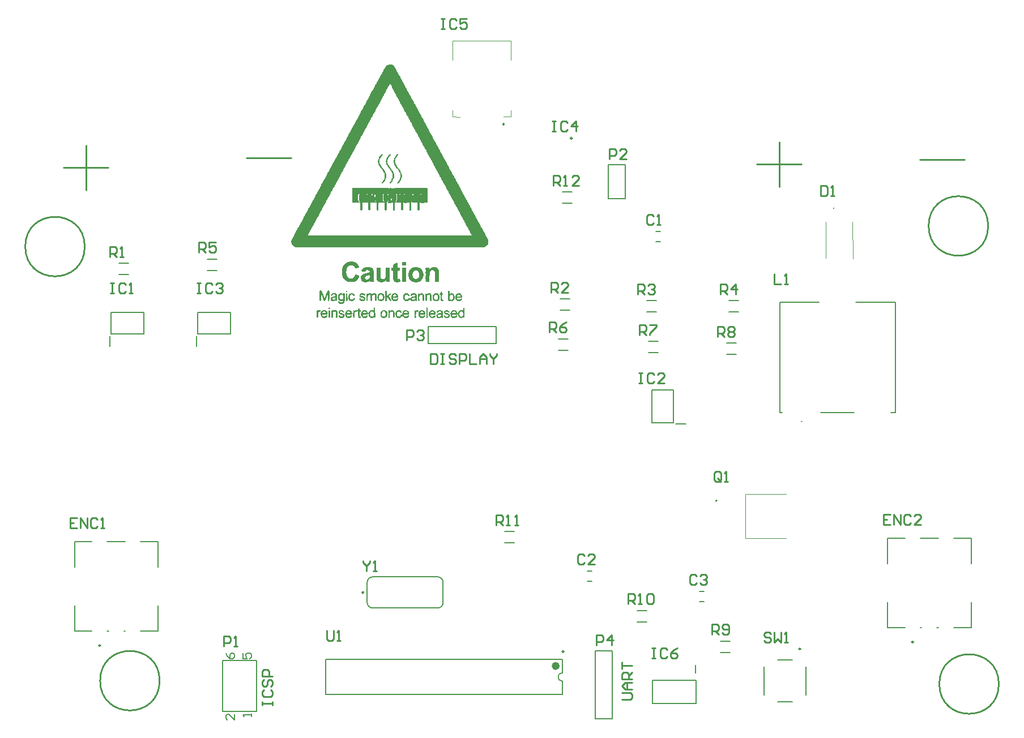
<source format=gto>
G04*
G04 #@! TF.GenerationSoftware,Altium Limited,Altium Designer,22.11.1 (43)*
G04*
G04 Layer_Color=65535*
%FSLAX25Y25*%
%MOIN*%
G70*
G04*
G04 #@! TF.SameCoordinates,C3DCF227-2B7A-40B4-8179-D348CCFE8E73*
G04*
G04*
G04 #@! TF.FilePolarity,Positive*
G04*
G01*
G75*
%ADD10C,0.01000*%
%ADD11C,0.01181*%
%ADD12C,0.00984*%
%ADD13C,0.02362*%
%ADD14C,0.00787*%
%ADD15C,0.00394*%
%ADD16C,0.00787*%
%ADD17C,0.00800*%
G36*
X325338Y491364D02*
X325867Y491268D01*
X326251Y491124D01*
X326372Y491004D01*
X326468Y490956D01*
X326660Y490764D01*
X326900Y490619D01*
X327116Y490403D01*
X327165Y490307D01*
X327261Y490211D01*
X327309Y490115D01*
X327501Y489826D01*
X327693Y489490D01*
X327934Y489153D01*
X328006Y488841D01*
X328246Y488457D01*
X328510Y487904D01*
X328558Y487808D01*
X328799Y487471D01*
X328895Y487231D01*
X329135Y486798D01*
X329520Y486077D01*
X329760Y485741D01*
X329832Y485477D01*
X329928Y485236D01*
X330048Y485068D01*
X330241Y484780D01*
X330577Y484155D01*
X330721Y483818D01*
X330962Y483386D01*
X331058Y483290D01*
X331202Y482953D01*
X331394Y482617D01*
X331587Y482329D01*
X331707Y482016D01*
X331779Y481848D01*
X332019Y481511D01*
X332355Y480887D01*
X332596Y480358D01*
X332836Y479925D01*
X333028Y479637D01*
X333076Y479445D01*
X333413Y478916D01*
X333581Y478459D01*
X333701Y478291D01*
X333845Y478147D01*
X333990Y477810D01*
X334278Y477282D01*
X334470Y476849D01*
X334663Y476513D01*
X334855Y476224D01*
X335047Y475888D01*
X335143Y475792D01*
X335287Y475311D01*
X335528Y474879D01*
X335720Y474686D01*
X335864Y474350D01*
X336441Y473244D01*
X336633Y472956D01*
X337162Y471851D01*
X337354Y471514D01*
X337498Y471370D01*
X337546Y471274D01*
X337787Y470745D01*
X337835Y470649D01*
X338267Y469832D01*
X338363Y469736D01*
X338411Y469640D01*
X339180Y468150D01*
X339373Y467957D01*
X339565Y467477D01*
X340142Y466371D01*
X340238Y466275D01*
X340286Y466179D01*
X341007Y464785D01*
X341247Y464449D01*
X341343Y464209D01*
X341632Y463680D01*
X342064Y462863D01*
X342593Y461853D01*
X342930Y461229D01*
X343122Y461036D01*
X343194Y460724D01*
X343290Y460484D01*
X343362Y460412D01*
X343410Y460315D01*
X343554Y460171D01*
X343650Y459931D01*
X344323Y458633D01*
X344419Y458537D01*
X344612Y458104D01*
X344660Y458008D01*
X344756Y457912D01*
X344804Y457816D01*
X345044Y457287D01*
X345285Y456855D01*
X345477Y456566D01*
X345597Y456254D01*
X345717Y456086D01*
X345909Y455797D01*
X345982Y455533D01*
X346222Y455149D01*
X346294Y455076D01*
X346486Y454644D01*
X346678Y454307D01*
X346775Y454211D01*
X346823Y454019D01*
X346919Y453779D01*
X346967Y453683D01*
X347303Y453202D01*
X347423Y452889D01*
X347664Y452505D01*
X347784Y452241D01*
X347880Y452000D01*
X348072Y451664D01*
X348217Y451520D01*
X348697Y450510D01*
X348889Y450174D01*
X349082Y449982D01*
X349250Y449525D01*
X349610Y448828D01*
X349803Y448492D01*
X350043Y448155D01*
X350523Y447146D01*
X350764Y446713D01*
X351004Y446377D01*
X351124Y446065D01*
X351677Y445031D01*
X351821Y444887D01*
X351965Y444551D01*
X352086Y444238D01*
X352206Y444118D01*
X352398Y443685D01*
X352590Y443349D01*
X352686Y443253D01*
X352734Y443157D01*
X352927Y442724D01*
X353167Y442291D01*
X353503Y441667D01*
X353744Y441330D01*
X353912Y440874D01*
X354200Y440393D01*
X354296Y440153D01*
X354489Y439864D01*
X354657Y439552D01*
X354777Y439239D01*
X354945Y438975D01*
X355378Y438158D01*
X355522Y438014D01*
X355666Y437677D01*
X355762Y437437D01*
X356147Y436716D01*
X356387Y436380D01*
X356532Y436043D01*
X356652Y435731D01*
X357012Y435226D01*
X357084Y434962D01*
X357277Y434673D01*
X357493Y434313D01*
X357613Y434000D01*
X357925Y433448D01*
X358166Y433015D01*
X358310Y432871D01*
X358430Y432559D01*
X358526Y432318D01*
X358718Y432030D01*
X359007Y431453D01*
X359127Y431285D01*
X359319Y430852D01*
X359559Y430420D01*
X359752Y430131D01*
X359848Y429891D01*
X360088Y429459D01*
X360473Y428737D01*
X360665Y428449D01*
X360785Y428137D01*
X360905Y427969D01*
X361098Y427680D01*
X361170Y427416D01*
X361266Y427176D01*
X361482Y426959D01*
X361530Y426863D01*
X362347Y425277D01*
X362539Y424989D01*
X363020Y423979D01*
X363260Y423547D01*
X363405Y423403D01*
X363549Y423066D01*
X364125Y421961D01*
X364270Y421816D01*
X364318Y421720D01*
X364510Y421288D01*
X364895Y420471D01*
X364943Y420374D01*
X365159Y420110D01*
X365231Y420038D01*
X365375Y419702D01*
X366000Y418500D01*
X366096Y418404D01*
X366144Y418308D01*
X366721Y417106D01*
X366769Y417010D01*
X366985Y416746D01*
X367057Y416674D01*
X367154Y416433D01*
X367274Y416121D01*
X367514Y415736D01*
X367875Y415039D01*
X368307Y414222D01*
X368451Y413982D01*
X368547Y413742D01*
X368788Y413309D01*
X368980Y413117D01*
X369052Y412852D01*
X369148Y412612D01*
X369268Y412444D01*
X369461Y412156D01*
X369509Y411963D01*
X369893Y411339D01*
X369989Y411098D01*
X370181Y410762D01*
X370566Y410041D01*
X370710Y409897D01*
X370758Y409800D01*
X370854Y409560D01*
X370902Y409368D01*
X371095Y409031D01*
X371287Y408743D01*
X371575Y408214D01*
X371720Y407974D01*
X371816Y407734D01*
X372056Y407301D01*
X372393Y406676D01*
X372585Y406388D01*
X372681Y406148D01*
X372801Y405835D01*
X372969Y405571D01*
X373065Y405475D01*
X373834Y403985D01*
X374027Y403696D01*
X374171Y403360D01*
X374219Y403264D01*
X374411Y402976D01*
X374627Y402375D01*
X374940Y402062D01*
X375036Y401822D01*
X375156Y401510D01*
X375348Y401221D01*
X375468Y400957D01*
X375589Y400644D01*
X375661Y400572D01*
X375709Y400476D01*
X375805Y400380D01*
X375853Y400284D01*
X376093Y399851D01*
X376286Y399563D01*
X376358Y399299D01*
X376454Y399058D01*
X376526Y398986D01*
X376574Y398890D01*
X376718Y398746D01*
X376766Y398650D01*
X376910Y398313D01*
X377487Y397208D01*
X377631Y397064D01*
X377679Y396968D01*
X377824Y396631D01*
X378112Y396102D01*
X378208Y395862D01*
X378449Y395429D01*
X378593Y395285D01*
X378737Y394949D01*
X379362Y393747D01*
X379506Y393603D01*
X379698Y393170D01*
X380275Y392065D01*
X380419Y391921D01*
X380467Y391825D01*
X380563Y391584D01*
X380683Y391272D01*
X380876Y390984D01*
X381164Y390407D01*
X381284Y390239D01*
X382149Y388604D01*
X382245Y388508D01*
X382342Y388268D01*
X382390Y388076D01*
X382438Y387595D01*
X382486Y387259D01*
X382438Y386249D01*
X382390Y386105D01*
X382342Y385721D01*
X381861Y385048D01*
X381813Y384952D01*
X381164Y384303D01*
X381068Y384255D01*
X380443Y383918D01*
X380203Y383822D01*
X379506Y383750D01*
X379049Y383726D01*
X378905Y383774D01*
X270017Y383798D01*
X269753Y383774D01*
X269608Y383822D01*
X268960Y383894D01*
X268767Y383942D01*
X268527Y384038D01*
X267974Y384351D01*
X267830Y384495D01*
X267734Y384543D01*
X267638Y384639D01*
X267542Y384687D01*
X267373Y384856D01*
X267325Y384952D01*
X267085Y385192D01*
X266845Y385625D01*
X266701Y385865D01*
X266604Y386249D01*
X266556Y387018D01*
X266604Y388124D01*
X266845Y388556D01*
X267037Y388845D01*
X267325Y389373D01*
X267470Y389710D01*
X267590Y390022D01*
X267710Y390191D01*
X267902Y390383D01*
X268119Y390984D01*
X268191Y391056D01*
X268239Y391152D01*
X268527Y391777D01*
X268575Y391873D01*
X268671Y391969D01*
X268719Y392065D01*
X268815Y392161D01*
X269344Y393267D01*
X269392Y393363D01*
X269825Y393988D01*
X269873Y394180D01*
X270065Y394516D01*
X270498Y395333D01*
X270594Y395429D01*
X270642Y395526D01*
X271026Y396247D01*
X271170Y396583D01*
X271291Y396895D01*
X271363Y396968D01*
X271411Y397064D01*
X271603Y397256D01*
X271747Y397592D01*
X271795Y397689D01*
X271988Y398025D01*
X272084Y398265D01*
X272324Y398698D01*
X272564Y399034D01*
X272685Y399347D01*
X272949Y399851D01*
X273237Y400380D01*
X273381Y400524D01*
X273429Y400620D01*
X273526Y400861D01*
X273646Y401173D01*
X273766Y401341D01*
X274199Y402158D01*
X274343Y402303D01*
X274439Y402543D01*
X275064Y403745D01*
X275160Y403841D01*
X275208Y403937D01*
X275448Y404465D01*
X275640Y404802D01*
X276025Y405523D01*
X276217Y405811D01*
X276361Y406148D01*
X276409Y406244D01*
X276890Y407157D01*
X276986Y407253D01*
X277034Y407349D01*
X277275Y407878D01*
X277323Y407974D01*
X277563Y408311D01*
X277659Y408551D01*
X277707Y408647D01*
X278044Y409176D01*
X278236Y409656D01*
X278476Y409993D01*
X278572Y410233D01*
X278813Y410666D01*
X278909Y410762D01*
X279053Y411098D01*
X279173Y411411D01*
X279293Y411579D01*
X279486Y411867D01*
X279606Y412180D01*
X279726Y412348D01*
X279918Y412636D01*
X279990Y412901D01*
X280230Y413285D01*
X280303Y413357D01*
X281120Y414943D01*
X281216Y415039D01*
X281264Y415135D01*
X281360Y415376D01*
X281600Y415808D01*
X281793Y416097D01*
X281841Y416289D01*
X282033Y416625D01*
X282225Y416914D01*
X282345Y417226D01*
X282417Y417298D01*
X282465Y417394D01*
X282562Y417491D01*
X282658Y417731D01*
X282730Y418043D01*
X282898Y418308D01*
X283138Y418548D01*
X283235Y418788D01*
X283355Y419101D01*
X283427Y419173D01*
X283475Y419269D01*
X283715Y419798D01*
X283763Y419894D01*
X283979Y420158D01*
X284148Y420471D01*
X284532Y421288D01*
X284724Y421624D01*
X284869Y421768D01*
X284917Y421865D01*
X285157Y422393D01*
X285205Y422489D01*
X285638Y423306D01*
X285734Y423403D01*
X285782Y423499D01*
X285878Y423595D01*
X285998Y423907D01*
X286094Y424148D01*
X286311Y424508D01*
X286647Y425133D01*
X286839Y425421D01*
X286935Y425662D01*
X287128Y425998D01*
X287368Y426527D01*
X287416Y426623D01*
X287752Y427103D01*
X287849Y427344D01*
X288377Y428353D01*
X288594Y428617D01*
X288714Y428882D01*
X288762Y429074D01*
X288954Y429410D01*
X289050Y429507D01*
X289194Y429843D01*
X289435Y430276D01*
X289531Y430372D01*
X289723Y430852D01*
X289771Y430948D01*
X290011Y431333D01*
X290108Y431573D01*
X290444Y432054D01*
X290540Y432294D01*
X290660Y432607D01*
X290853Y432895D01*
X291069Y433255D01*
X291694Y434457D01*
X291886Y434746D01*
X291934Y434938D01*
X292126Y435274D01*
X292222Y435370D01*
X292270Y435466D01*
X292415Y435803D01*
X292511Y436043D01*
X292559Y436139D01*
X292775Y436404D01*
X292895Y436668D01*
X293136Y437101D01*
X293280Y437341D01*
X293400Y437653D01*
X293640Y438038D01*
X293809Y438350D01*
X294049Y438783D01*
X294289Y439312D01*
X294433Y439552D01*
X294674Y439888D01*
X294794Y440201D01*
X295034Y440585D01*
X295154Y440850D01*
X295274Y441162D01*
X295443Y441426D01*
X295587Y441571D01*
X296356Y443060D01*
X296548Y443349D01*
X296596Y443541D01*
X296836Y443974D01*
X297269Y444791D01*
X297365Y444887D01*
X297798Y445704D01*
X297942Y446040D01*
X298158Y446449D01*
X298254Y446497D01*
X298326Y446569D01*
X298471Y446906D01*
X298591Y447218D01*
X298807Y447578D01*
X298927Y447891D01*
X299096Y448155D01*
X299192Y448251D01*
X299240Y448348D01*
X300009Y449837D01*
X300201Y450030D01*
X300441Y450655D01*
X300682Y451039D01*
X300730Y451231D01*
X301162Y451856D01*
X301234Y452120D01*
X301523Y452601D01*
X301715Y453034D01*
X301739Y453058D01*
X302075Y453538D01*
X302148Y453803D01*
X302436Y454283D01*
X302508Y454355D01*
X302652Y454692D01*
X302844Y455028D01*
X303037Y455317D01*
X303109Y455581D01*
X303397Y456062D01*
X303613Y456518D01*
X303830Y456783D01*
X303950Y457047D01*
X304070Y457359D01*
X304262Y457648D01*
X304334Y457720D01*
X304455Y458032D01*
X304599Y458321D01*
X304719Y458489D01*
X304959Y459018D01*
X305007Y459114D01*
X305248Y459450D01*
X305344Y459691D01*
X305392Y459787D01*
X305632Y460123D01*
X305680Y460219D01*
X305776Y460460D01*
X305896Y460772D01*
X306065Y461036D01*
X306257Y461325D01*
X306545Y461853D01*
X306690Y462190D01*
X306810Y462502D01*
X306882Y462574D01*
X306930Y462670D01*
X307074Y462815D01*
X307458Y463536D01*
X307891Y464353D01*
X308083Y464641D01*
X308131Y464833D01*
X308324Y465170D01*
X308516Y465458D01*
X308588Y465723D01*
X308804Y466131D01*
X308948Y466275D01*
X308997Y466371D01*
X309477Y467381D01*
X309621Y467621D01*
X309862Y467861D01*
X309958Y468102D01*
X310126Y468558D01*
X310246Y468678D01*
X310294Y468775D01*
X310438Y469111D01*
X310679Y469544D01*
X310775Y469640D01*
X311304Y470745D01*
X311352Y470841D01*
X311784Y471466D01*
X311904Y471778D01*
X312433Y472836D01*
X312601Y473004D01*
X312842Y473533D01*
X312890Y473629D01*
X313082Y473917D01*
X313202Y474230D01*
X313442Y474614D01*
X313514Y474686D01*
X314139Y475984D01*
X314187Y476080D01*
X314572Y476657D01*
X314740Y477114D01*
X314860Y477234D01*
X314908Y477330D01*
X315245Y477955D01*
X315341Y478051D01*
X315389Y478147D01*
X315485Y478387D01*
X315774Y478916D01*
X316206Y479733D01*
X316302Y479829D01*
X316446Y480166D01*
X316567Y480478D01*
X316687Y480598D01*
X317071Y481319D01*
X317264Y481607D01*
X317432Y482064D01*
X317600Y482329D01*
X317792Y482617D01*
X318129Y483242D01*
X318321Y483674D01*
X318561Y484107D01*
X318754Y484395D01*
X318801Y484587D01*
X318898Y484684D01*
X318946Y484780D01*
X319042Y484876D01*
X319186Y485212D01*
X319306Y485525D01*
X319426Y485693D01*
X319523Y485789D01*
X319667Y486126D01*
X319907Y486558D01*
X320195Y487183D01*
X320243Y487279D01*
X320580Y487760D01*
X320700Y488072D01*
X321109Y488817D01*
X321157Y488913D01*
X321397Y489250D01*
X321493Y489490D01*
X321685Y489826D01*
X321926Y490163D01*
X322070Y490403D01*
X322382Y490716D01*
X322478Y490764D01*
X322719Y491004D01*
X322815Y491052D01*
X322911Y491148D01*
X323151Y491244D01*
X323968Y491389D01*
X324305Y491436D01*
X325338Y491364D01*
D02*
G37*
G36*
X333821Y375123D02*
X333990Y374954D01*
X334038Y374762D01*
Y374041D01*
Y373993D01*
X334086Y373368D01*
X333917Y373056D01*
X333821Y373008D01*
X333677Y372960D01*
X331947Y373008D01*
X331731Y373176D01*
X331634Y373561D01*
X331683Y373897D01*
X331731Y374906D01*
X331851Y375075D01*
X332235Y375171D01*
X333821Y375123D01*
D02*
G37*
G36*
X333990Y371686D02*
X334038Y371494D01*
X334086Y371157D01*
X334038Y371013D01*
X333990Y363563D01*
X333821Y363395D01*
X333485Y363347D01*
X333293Y363395D01*
X332620D01*
X332476Y363347D01*
X332331Y363395D01*
X331899Y363443D01*
X331731Y363563D01*
X331634Y363900D01*
X331659Y365606D01*
X331634Y366447D01*
X331683Y366591D01*
X331659Y370557D01*
X331683Y371013D01*
X331634Y371157D01*
X331683Y371590D01*
X331851Y371806D01*
X332235Y371902D01*
X333173Y371878D01*
X333773Y371902D01*
X333990Y371686D01*
D02*
G37*
G36*
X302676Y375363D02*
X303277Y375243D01*
X303469Y375195D01*
X303734Y375123D01*
X303974Y375026D01*
X304310Y374834D01*
X304575Y374618D01*
X305055Y374329D01*
X305127Y374257D01*
X305224Y374209D01*
X305584Y373849D01*
X305632Y373753D01*
X305776Y373609D01*
X305824Y373513D01*
X306017Y373176D01*
X306113Y373080D01*
X306161Y372984D01*
X306353Y372551D01*
X306449Y372167D01*
X306401Y371878D01*
X306329Y371806D01*
X305993Y371710D01*
X305800Y371662D01*
X305464Y371614D01*
X305152Y371542D01*
X304911Y371446D01*
X304647Y371374D01*
X304455Y371326D01*
X304190Y371398D01*
X304046Y371494D01*
X303998Y371590D01*
X303854Y371926D01*
X303661Y372263D01*
X303301Y372623D01*
X303205Y372671D01*
X302868Y373008D01*
X302532Y373104D01*
X302196Y373152D01*
X301427Y373200D01*
X300970Y373128D01*
X300730Y373080D01*
X300345Y372840D01*
X300177Y372671D01*
X299744Y372431D01*
X299576Y372263D01*
X299528Y372167D01*
X299384Y371830D01*
X299144Y371398D01*
X299047Y371302D01*
X298951Y370965D01*
X298903Y370484D01*
X298855Y368994D01*
X298927Y367673D01*
X299071Y367288D01*
X299192Y367168D01*
X299240Y367072D01*
X299384Y366736D01*
X299624Y366303D01*
X299865Y366063D01*
X299913Y365967D01*
X300033Y365846D01*
X300850Y365462D01*
X301042Y365414D01*
X301955Y365366D01*
X302148Y365414D01*
X302436Y365462D01*
X302772Y365654D01*
X302868Y365702D01*
X303301Y366039D01*
X303469Y366207D01*
X303517Y366303D01*
X303661Y366447D01*
X303710Y366543D01*
X303854Y366880D01*
X304070Y367480D01*
X304214Y367625D01*
X304551Y367673D01*
X304911Y367601D01*
X305175Y367529D01*
X305560Y367432D01*
X306305Y367168D01*
X306377Y367096D01*
X306473Y367048D01*
X306545Y366832D01*
X306473Y366567D01*
X306353Y366303D01*
X306233Y365990D01*
X305993Y365606D01*
X305656Y364933D01*
X305296Y364573D01*
X305272Y364500D01*
X305175Y364453D01*
X304935Y364212D01*
X304911Y364188D01*
X304647Y363924D01*
X304334Y363804D01*
X303734Y363491D01*
X303541Y363443D01*
X303085Y363371D01*
X302796Y363323D01*
X302556Y363275D01*
X300898Y363251D01*
X300754Y363299D01*
X300105Y363371D01*
X299913Y363419D01*
X299672Y363515D01*
X298735Y363972D01*
X298495Y364212D01*
X298398Y364260D01*
X298302Y364356D01*
X298206Y364404D01*
X298110Y364500D01*
X298014Y364549D01*
X297894Y364717D01*
X297774Y364837D01*
X297702Y364861D01*
X297654Y364957D01*
X297509Y365101D01*
X297461Y365197D01*
X297365Y365294D01*
X297317Y365390D01*
X297173Y365534D01*
X296692Y366543D01*
X296596Y366928D01*
X296524Y367336D01*
X296380Y368057D01*
X296332Y368346D01*
X296260Y368850D01*
X296308Y368994D01*
X296356Y370292D01*
X296404Y370436D01*
X296500Y371109D01*
X296548Y371302D01*
X296596Y371638D01*
X296764Y372095D01*
X296981Y372599D01*
X297221Y373032D01*
X297461Y373272D01*
X297509Y373368D01*
X297846Y373801D01*
X298254Y374209D01*
X298351Y374257D01*
X298495Y374402D01*
X298591Y374450D01*
X298927Y374642D01*
X299264Y374882D01*
X299504Y374978D01*
X299768Y375050D01*
X300297Y375243D01*
X300682Y375339D01*
X301162Y375387D01*
X302532Y375411D01*
X302676Y375363D01*
D02*
G37*
G36*
X351148Y372119D02*
X351389Y372071D01*
X351629Y371974D01*
X351893Y371854D01*
X352134Y371758D01*
X352374Y371614D01*
X352710Y371277D01*
X352806Y371229D01*
X352879Y371157D01*
X353119Y370725D01*
X353263Y370388D01*
X353311Y370196D01*
X353359Y369139D01*
Y368802D01*
Y368754D01*
X353311Y363611D01*
X353239Y363491D01*
X353143Y363443D01*
X352999Y363395D01*
X352806Y363347D01*
X351292Y363419D01*
X351124Y363539D01*
X351052Y363611D01*
X351004Y363948D01*
X350956Y369379D01*
X350764Y369715D01*
X350476Y369956D01*
X350211Y370220D01*
X349827Y370316D01*
X349250Y370268D01*
X348817Y370028D01*
X348385Y369691D01*
X347928Y368802D01*
X347880Y365438D01*
X347832Y363611D01*
X347712Y363443D01*
X347375Y363347D01*
X345933Y363395D01*
X345621Y363563D01*
X345525Y363948D01*
X345573Y364140D01*
X345549Y365510D01*
X345573Y366351D01*
X345525Y366495D01*
X345573Y367553D01*
X345525Y369379D01*
X345573Y369523D01*
X345549Y371326D01*
X345597Y371614D01*
X345789Y371806D01*
X345982Y371854D01*
X346318Y371902D01*
X346510Y371854D01*
X347568Y371806D01*
X347736Y371638D01*
X347880Y371253D01*
X348000Y371133D01*
X348240Y371277D01*
X348625Y371662D01*
X348961Y371806D01*
X349154Y371854D01*
X349418Y371926D01*
X349682Y372046D01*
X350019Y372143D01*
X350620Y372167D01*
X351148Y372119D01*
D02*
G37*
G36*
X323199Y371902D02*
X324209Y371854D01*
X324425Y371638D01*
X324473Y371446D01*
X324425Y363659D01*
X324329Y363563D01*
X324281Y363467D01*
X324016Y363347D01*
X322983Y363371D01*
X322863Y363347D01*
X322719Y363395D01*
X322527Y363443D01*
X322406Y363563D01*
X322358Y363755D01*
X322310Y364188D01*
X322238Y364260D01*
X321998Y364212D01*
X321878Y364044D01*
X321709Y363876D01*
X321613Y363828D01*
X321229Y363587D01*
X321133Y363539D01*
X320796Y363395D01*
X320243Y363275D01*
X320051Y363227D01*
X319402Y363155D01*
X318850Y363227D01*
X318657Y363275D01*
X318129Y363467D01*
X317960Y363539D01*
X317624Y363780D01*
X317528Y363828D01*
X317264Y364044D01*
X317215Y364140D01*
X316831Y364957D01*
X316639Y366015D01*
X316591Y366639D01*
X316639Y367168D01*
X316591Y367312D01*
X316639Y367505D01*
X316615Y369836D01*
X316639Y370484D01*
X316591Y370629D01*
X316639Y371590D01*
X316855Y371806D01*
X317095Y371902D01*
X318729Y371854D01*
X318994Y371638D01*
X319090Y371398D01*
X319066Y370845D01*
X319090Y370244D01*
X319042Y370196D01*
X319090Y370052D01*
X319042Y368754D01*
X319090Y368610D01*
X319138Y365967D01*
X319186Y365822D01*
X319426Y365390D01*
X319955Y365053D01*
X320268Y364933D01*
X320700Y364981D01*
X321037Y365222D01*
X321133D01*
X321469Y365414D01*
X321637Y365582D01*
X321685Y365678D01*
X321781Y365774D01*
X321878Y366015D01*
X321926Y366495D01*
X321974Y367264D01*
X322046Y367769D01*
X322070Y371109D01*
X322022Y371157D01*
X322070Y371302D01*
X322118Y371590D01*
X322238Y371758D01*
X322334Y371806D01*
X322574Y371902D01*
X323055Y371950D01*
X323199Y371902D01*
D02*
G37*
G36*
X312577Y372143D02*
X312721Y372095D01*
X312914Y372046D01*
X313394Y371902D01*
X313707Y371782D01*
X313947Y371686D01*
X314212Y371422D01*
X314308Y371374D01*
X314572Y371109D01*
X314812Y370484D01*
X314908Y370100D01*
X314956Y369763D01*
X315004Y369571D01*
X315053Y364717D01*
X315101Y364573D01*
X315149Y364236D01*
X315341Y363755D01*
X315293Y363563D01*
X315221Y363491D01*
X314884Y363395D01*
X313250Y363443D01*
X313082Y363611D01*
X313034Y363707D01*
X312962Y363828D01*
X312721Y363924D01*
X312529Y363876D01*
X312097Y363635D01*
X312000Y363539D01*
X311760Y363443D01*
X311183Y363299D01*
X310871Y363227D01*
X309958Y363179D01*
X309790Y363155D01*
X309645Y363203D01*
X309117Y363347D01*
X308660Y363515D01*
X308492Y363635D01*
X308396Y363732D01*
X308300Y363780D01*
X308204Y363876D01*
X308107Y363924D01*
X308035Y363996D01*
X307987Y364092D01*
X307651Y364573D01*
X307579Y364837D01*
X307362Y365534D01*
X307411Y366159D01*
X307458Y366303D01*
X307555Y366639D01*
X307675Y366952D01*
X307795Y367120D01*
X307987Y367312D01*
X308035Y367408D01*
X308252Y367625D01*
X308348Y367673D01*
X308636Y367961D01*
X308732Y368009D01*
X308876Y368057D01*
X309261Y368153D01*
X309573Y368226D01*
X309814Y368273D01*
X310054Y368370D01*
X310318Y368442D01*
X310703Y368538D01*
X311280Y368586D01*
X311424Y368634D01*
X311880Y368802D01*
X312193Y368922D01*
X312433Y368970D01*
X312649Y369139D01*
X312698Y369331D01*
X312649Y369667D01*
X312553Y369763D01*
X312529Y369836D01*
X312433Y369884D01*
X312193Y370124D01*
X312097Y370172D01*
X311760Y370316D01*
X311352Y370340D01*
X310775Y370292D01*
X310583Y370244D01*
X310511Y370172D01*
X310414Y370124D01*
X310006Y369715D01*
X309862Y369475D01*
X309741Y369355D01*
X309549Y369307D01*
X308876Y369355D01*
X308732Y369403D01*
X308227Y369475D01*
X307915Y369595D01*
X307795Y369715D01*
X307747Y369908D01*
X307795Y370292D01*
X307987Y370581D01*
X308035Y370677D01*
X308372Y371109D01*
X308588Y371374D01*
X308732Y371518D01*
X308925Y371614D01*
X308948Y371638D01*
X309021Y371710D01*
X309261Y371806D01*
X309645Y371902D01*
X310270Y372095D01*
X310462Y372143D01*
X311231Y372191D01*
X312577Y372143D01*
D02*
G37*
G36*
X340791Y372095D02*
X341031Y371999D01*
X341512Y371854D01*
X341704Y371806D01*
X341992Y371710D01*
X342016Y371686D01*
X342521Y371326D01*
X342617Y371277D01*
X343050Y370845D01*
X343146Y370797D01*
X343266Y370629D01*
X343482Y370364D01*
X343554Y370292D01*
X343602Y370196D01*
X343843Y369763D01*
X344083Y369235D01*
X344179Y368658D01*
X344227Y368033D01*
X344275Y367697D01*
X344227Y367216D01*
X344155Y366423D01*
X344083Y365967D01*
X343771Y365510D01*
X343674Y365269D01*
X343482Y364981D01*
X343314Y364813D01*
X343266Y364717D01*
X343170Y364621D01*
X343122Y364525D01*
X343002Y364404D01*
X342905Y364356D01*
X342689Y364140D01*
X342641Y364044D01*
X342473Y363876D01*
X341463Y363395D01*
X340959Y363275D01*
X340767Y363227D01*
X340118Y363155D01*
X339012Y363203D01*
X338868Y363251D01*
X338484Y363347D01*
X338171Y363419D01*
X337931Y363515D01*
X337426Y363780D01*
X337090Y363972D01*
X336513Y364549D01*
X336417Y364597D01*
X336345Y364669D01*
X336297Y364765D01*
X336201Y364861D01*
X336153Y364957D01*
X335816Y365486D01*
X335696Y366087D01*
X335624Y366351D01*
X335480Y366832D01*
X335384Y367408D01*
X335335Y367889D01*
X335384Y368226D01*
X335552Y368682D01*
X335624Y368946D01*
X335768Y369523D01*
X335936Y369980D01*
X336008Y370052D01*
X336056Y370148D01*
X336513Y370749D01*
X337042Y371277D01*
X337138Y371326D01*
X337763Y371758D01*
X338075Y371830D01*
X338315Y371878D01*
X338556Y371974D01*
X338868Y372095D01*
X339205Y372143D01*
X340791Y372095D01*
D02*
G37*
G36*
X328775Y374690D02*
X328847Y374618D01*
X328943Y374378D01*
X328895Y373464D01*
X328943Y373320D01*
X328919Y372623D01*
X328967Y372143D01*
X329087Y371974D01*
X329303Y371902D01*
X330120Y371854D01*
X330385Y371638D01*
X330433Y371446D01*
X330385Y370292D01*
X330169Y370028D01*
X329928Y369932D01*
X329111Y369884D01*
X328991Y369763D01*
X328943Y369571D01*
X328895Y368322D01*
X328943Y368177D01*
X328919Y366759D01*
X328943Y366351D01*
X328895Y366207D01*
X328943Y365630D01*
X329087Y365390D01*
X329159Y365318D01*
X329496Y365222D01*
X329976Y365269D01*
X330265Y365222D01*
X330385Y365101D01*
X330529Y364621D01*
X330577Y364428D01*
Y364332D01*
Y364284D01*
X330625Y364140D01*
X330577Y363611D01*
X330457Y363491D01*
X330361Y363443D01*
X330024Y363299D01*
X329376Y363227D01*
X329183Y363179D01*
X328438Y363155D01*
X328294Y363203D01*
X328006Y363251D01*
X327765Y363347D01*
X327453Y363467D01*
X327189Y363635D01*
X326972Y363852D01*
X326924Y363948D01*
X326684Y364284D01*
X326588Y364621D01*
X326540Y364813D01*
X326492Y365294D01*
X326516Y369499D01*
X326468Y369740D01*
X326324Y369884D01*
X326131Y369932D01*
X325747Y369980D01*
X325578Y370100D01*
X325482Y370436D01*
X325530Y371638D01*
X325651Y371806D01*
X325987Y371902D01*
X326275Y371950D01*
X326444Y372119D01*
X326492Y372455D01*
X326540Y373368D01*
X326660Y373536D01*
X326756Y373585D01*
X326852Y373681D01*
X326948Y373729D01*
X327020Y373801D01*
X327068Y373897D01*
X327189Y374017D01*
X327910Y374402D01*
X328246Y374594D01*
X328583Y374738D01*
X328775Y374690D01*
D02*
G37*
G36*
X299360Y358204D02*
X299480Y358084D01*
Y358036D01*
X299504Y358012D01*
X299528Y357651D01*
X299360Y357387D01*
X299167Y357339D01*
X298879Y357387D01*
X298759Y357507D01*
X298663Y357844D01*
X298855Y358180D01*
X298927Y358252D01*
X299192Y358276D01*
X299360Y358204D01*
D02*
G37*
G36*
X347904Y356666D02*
X348240Y356618D01*
X348601Y356402D01*
X348649Y356306D01*
X348889Y355969D01*
X349033Y355633D01*
X349082Y355440D01*
X349106Y354455D01*
X349082Y353134D01*
X349130Y352989D01*
X349082Y352509D01*
X348913Y352292D01*
X348577Y352196D01*
X348337Y352340D01*
X348265Y352413D01*
X348217Y352605D01*
X348168Y355440D01*
X347952Y355705D01*
X347519Y355897D01*
X347303Y355921D01*
X347063Y355873D01*
X346823Y355777D01*
X346534Y355537D01*
X346438Y355440D01*
X346390Y355104D01*
X346318Y354455D01*
X346294Y353518D01*
X346342Y353470D01*
X346294Y353326D01*
Y353037D01*
Y352989D01*
X346342Y352797D01*
X346294Y352509D01*
X346174Y352340D01*
X345933Y352244D01*
X345597Y352292D01*
X345477Y352413D01*
X345429Y352605D01*
X345405Y353782D01*
X345429Y355681D01*
X345381Y355825D01*
X345429Y356354D01*
X345597Y356570D01*
X345789Y356618D01*
X346222Y356426D01*
X346462Y356474D01*
X346703Y356570D01*
X347087Y356666D01*
X347712Y356714D01*
X347904Y356666D01*
D02*
G37*
G36*
X343674D02*
X343987Y356546D01*
X344155Y356426D01*
X344467Y356113D01*
X344516Y356017D01*
X344660Y355681D01*
X344708Y355200D01*
X344660Y352461D01*
X344540Y352292D01*
X344347Y352244D01*
X344203D01*
X344011Y352292D01*
X343939Y352364D01*
X343843Y352605D01*
X343795Y353085D01*
X343746Y355489D01*
X343650Y355585D01*
X343602Y355681D01*
X343482Y355801D01*
X343242Y355897D01*
X343050Y355945D01*
X342593Y355873D01*
X342329Y355705D01*
X342257Y355633D01*
X342209Y355537D01*
X342064Y355393D01*
X341968Y355152D01*
X341920Y354960D01*
X341872Y354191D01*
X341896Y352581D01*
X341824Y352413D01*
X341704Y352292D01*
X341512Y352244D01*
X341271Y352292D01*
X341151Y352364D01*
X341055Y352701D01*
X341031Y356234D01*
X341103Y356402D01*
X341223Y356522D01*
X341416Y356570D01*
X341536Y356594D01*
X341776Y356498D01*
X341992Y356426D01*
X342232Y356474D01*
X342329Y356570D01*
X342713Y356666D01*
X343482Y356714D01*
X343674Y356666D01*
D02*
G37*
G36*
X315846D02*
X316278Y356426D01*
X316350Y356354D01*
X316591Y355825D01*
X316639Y355489D01*
X316591Y352461D01*
X316422Y352292D01*
X316230Y352244D01*
X315990Y352292D01*
X315822Y352461D01*
X315774Y352653D01*
Y355296D01*
Y355344D01*
X315653Y355657D01*
X315461Y355849D01*
X315221Y355945D01*
X314788Y355897D01*
X314356Y355561D01*
X314187Y355393D01*
X314139Y355056D01*
X314091Y353422D01*
X314043Y352461D01*
X313971Y352340D01*
X313731Y352244D01*
X313442Y352292D01*
X313274Y352413D01*
X313178Y352749D01*
X313202Y355224D01*
X313154Y355513D01*
X313082Y355681D01*
X312962Y355849D01*
X312721Y355945D01*
X312193Y355897D01*
X311928Y355681D01*
X311784Y355537D01*
X311640Y355200D01*
X311592Y354768D01*
X311544Y354624D01*
X311496Y354287D01*
X311544Y353951D01*
X311520Y353254D01*
X311544Y352509D01*
X311376Y352292D01*
X311183Y352244D01*
X310943Y352292D01*
X310823Y352413D01*
X310775Y352605D01*
X310727Y352941D01*
X310751Y353638D01*
X310727Y356161D01*
X310775Y356306D01*
X310919Y356546D01*
X311135Y356618D01*
X311328Y356570D01*
X311568Y356426D01*
X311760Y356474D01*
X312193Y356666D01*
X312529Y356714D01*
X313394Y356666D01*
X313659Y356450D01*
X313731Y356378D01*
X313827Y356330D01*
X313971Y356282D01*
X314163Y356330D01*
X314308Y356474D01*
X314740Y356666D01*
X315077Y356714D01*
X315846Y356666D01*
D02*
G37*
G36*
X308925D02*
X309069Y356618D01*
X309309Y356522D01*
X309573Y356306D01*
X309958Y355921D01*
X309910Y355537D01*
X309741Y355368D01*
X309477Y355344D01*
X309285Y355393D01*
X309213Y355465D01*
X309141Y355489D01*
X309093Y355585D01*
X308876Y355849D01*
X308540Y355945D01*
X307819Y355897D01*
X307555Y355681D01*
X307507Y355489D01*
X307555Y355344D01*
X307723Y355176D01*
X307963Y355080D01*
X308300Y354984D01*
X308492Y354936D01*
X309045Y354816D01*
X309573Y354575D01*
X309694Y354455D01*
X309790Y354407D01*
X309958Y354239D01*
X310006Y354143D01*
X310198Y353710D01*
X310150Y353182D01*
X309910Y352749D01*
X309549Y352389D01*
X309213Y352244D01*
X308828Y352148D01*
X308348Y352100D01*
X307771Y352148D01*
X307627Y352196D01*
X307314Y352316D01*
X307026Y352509D01*
X306786Y352749D01*
X306738Y352845D01*
X306593Y353182D01*
X306545Y353470D01*
X306665Y353686D01*
X306906Y353782D01*
X307170Y353710D01*
X307242Y353638D01*
X307314Y353614D01*
X307362Y353518D01*
X307386Y353494D01*
X307411Y353470D01*
X307507Y353374D01*
X307555Y353278D01*
X307771Y353061D01*
X308011Y352965D01*
X308204Y352917D01*
X308876Y352965D01*
X308973Y353061D01*
X309069Y353110D01*
X309189Y353230D01*
X309237Y353422D01*
X309189Y353662D01*
X309069Y353782D01*
X308636Y353975D01*
X308324Y354047D01*
X307939Y354143D01*
X307699Y354191D01*
X307338Y354359D01*
X307242Y354455D01*
X307146Y354503D01*
X306738Y354816D01*
X306641Y355056D01*
X306593Y355681D01*
X306714Y355993D01*
X306834Y356161D01*
X307098Y356426D01*
X307194Y356474D01*
X307435Y356618D01*
X307819Y356714D01*
X308925Y356666D01*
D02*
G37*
G36*
X302604Y356690D02*
X302844Y356642D01*
X303085Y356546D01*
X303157Y356474D01*
X303253Y356426D01*
X303613Y356065D01*
X303661Y355969D01*
X303806Y355633D01*
X303758Y355344D01*
X303589Y355176D01*
X303157Y355224D01*
X303085Y355296D01*
X303037Y355393D01*
X302772Y355753D01*
X302676Y355801D01*
X302340Y355945D01*
X302075Y355969D01*
X301835Y355921D01*
X301643Y355873D01*
X301475Y355753D01*
X301354Y355633D01*
X301210Y355296D01*
X301114Y354960D01*
X300970Y354479D01*
X301018Y354143D01*
X301114Y353903D01*
X301162Y353614D01*
X301402Y353182D01*
X301571Y353013D01*
X301907Y352917D01*
X302171Y352893D01*
X302412Y352941D01*
X302700Y353085D01*
X302941Y353326D01*
X303037Y353566D01*
X303085Y353662D01*
X303205Y353830D01*
X303397Y353878D01*
X303782Y353830D01*
X303902Y353710D01*
X303950Y353518D01*
X303902Y353278D01*
X303445Y352677D01*
X303253Y352485D01*
X303157Y352437D01*
X303061Y352340D01*
X302965Y352292D01*
X302724Y352196D01*
X302532Y352148D01*
X302196Y352100D01*
X301739Y352172D01*
X301499Y352220D01*
X301306Y352268D01*
X300826Y352557D01*
X300537Y352845D01*
X300201Y353566D01*
X300153Y353903D01*
X300105Y354527D01*
X300153Y354672D01*
X300201Y355296D01*
X300249Y355440D01*
X300345Y355681D01*
X300537Y356017D01*
X300682Y356161D01*
X300730Y356258D01*
X300754Y356282D01*
X300778Y356306D01*
X300850Y356378D01*
X300946Y356426D01*
X301475Y356666D01*
X301667Y356714D01*
X302316Y356738D01*
X302604Y356690D01*
D02*
G37*
G36*
X339253Y356666D02*
X339397Y356618D01*
X339829Y356378D01*
X339901Y356306D01*
X339949Y356210D01*
X340190Y355873D01*
X340286Y355633D01*
X340334Y355296D01*
X340310Y353494D01*
X340358Y353110D01*
X340382Y352461D01*
X340214Y352244D01*
X340022Y352196D01*
X339757Y352268D01*
X339493Y352389D01*
X339301Y352437D01*
X339108Y352389D01*
X338676Y352196D01*
X338099Y352100D01*
X337378Y352148D01*
X336849Y352437D01*
X336681Y352605D01*
X336345Y353230D01*
X336128Y353254D01*
X335912Y353037D01*
X335720Y352701D01*
X335504Y352485D01*
X335407Y352437D01*
X335311Y352340D01*
X335071Y352244D01*
X334807Y352172D01*
X334614Y352124D01*
X334110Y352100D01*
X333966Y352148D01*
X333581Y352196D01*
X333052Y352485D01*
X332932Y352653D01*
X332644Y352941D01*
X332500Y353278D01*
X332403Y353662D01*
X332355Y353999D01*
X332331Y354455D01*
X332380Y355128D01*
X332428Y355416D01*
X332524Y355657D01*
X332764Y356041D01*
X332860Y356089D01*
X333028Y356258D01*
X333076Y356354D01*
X333197Y356474D01*
X333533Y356618D01*
X334206Y356714D01*
X335023Y356666D01*
X335456Y356426D01*
X335648Y356234D01*
X335720Y356210D01*
X335768Y356113D01*
X335864Y356017D01*
X335960Y355777D01*
X336008Y355585D01*
X335960Y355296D01*
X335840Y355176D01*
X335648Y355128D01*
X335359Y355176D01*
X335311Y355224D01*
X335287Y355248D01*
X335191Y355344D01*
X335143Y355440D01*
X334927Y355705D01*
X334783Y355849D01*
X334542Y355945D01*
X333917Y355897D01*
X333677Y355753D01*
X333461Y355537D01*
X333413Y355440D01*
X333317Y355200D01*
X333269Y354720D01*
X333221Y354383D01*
X333269Y353806D01*
X333365Y353566D01*
X333413Y353470D01*
X333653Y353134D01*
X333773Y353013D01*
X334158Y352917D01*
X334686Y352965D01*
X335023Y353157D01*
X335384Y353806D01*
X335456Y353878D01*
X335936Y353830D01*
X336273Y353686D01*
X336441Y353758D01*
X336489Y353854D01*
X336585Y353951D01*
X336729Y354191D01*
X336946Y354455D01*
X337042Y354503D01*
X337570Y354744D01*
X337763Y354792D01*
X338724Y354888D01*
X339132Y354960D01*
X339301Y355080D01*
X339373Y355296D01*
X339325Y355585D01*
X339108Y355801D01*
X338868Y355897D01*
X338676Y355945D01*
X337907Y355897D01*
X337643Y355681D01*
X337426Y355416D01*
X337282Y355272D01*
X337090Y355224D01*
X336801Y355272D01*
X336681Y355393D01*
X336729Y355873D01*
X337066Y356306D01*
X337234Y356474D01*
X337570Y356618D01*
X337907Y356666D01*
X338099Y356714D01*
X339253Y356666D01*
D02*
G37*
G36*
X365904Y356594D02*
X366144Y356498D01*
X366385Y356258D01*
X366433Y356161D01*
X366721Y355873D01*
X366913Y355537D01*
X367106Y355104D01*
X367154Y354912D01*
Y354864D01*
Y354816D01*
X367202Y354624D01*
X367154Y354383D01*
X367081Y354263D01*
X366841Y354167D01*
X366360Y354119D01*
X365447Y354071D01*
X364174Y354095D01*
X364005Y353975D01*
X363933Y353903D01*
X363981Y353614D01*
X364222Y353278D01*
X364294Y353206D01*
X364390Y353157D01*
X364678Y352965D01*
X364871Y352917D01*
X365279Y352893D01*
X365519Y352941D01*
X365784Y353110D01*
X366000Y353278D01*
X366048Y353374D01*
X366360Y353686D01*
X366649Y353734D01*
X366889Y353590D01*
X366961Y353518D01*
X366985Y353350D01*
X366841Y352965D01*
X366721Y352845D01*
X366673Y352749D01*
X366360Y352437D01*
X366264Y352389D01*
X365832Y352196D01*
X365495Y352100D01*
X365015Y352052D01*
X364871Y352100D01*
X364486Y352148D01*
X364342Y352196D01*
X364029Y352316D01*
X363741Y352509D01*
X363645Y352605D01*
X363597Y352701D01*
X363405Y352893D01*
X363356Y352989D01*
X363164Y353326D01*
X363068Y353566D01*
X362996Y353878D01*
X362948Y354263D01*
X362924Y354431D01*
X362972Y354575D01*
X363020Y355104D01*
X363116Y355344D01*
X363260Y355585D01*
X363453Y355873D01*
X363501Y355969D01*
X363597Y356065D01*
X363645Y356161D01*
X363813Y356282D01*
X364005Y356474D01*
X364246Y356570D01*
X364630Y356666D01*
X365399Y356714D01*
X365904Y356594D01*
D02*
G37*
G36*
X292198Y356714D02*
X292607Y356642D01*
X292847Y356546D01*
X293111Y356378D01*
X293280Y356210D01*
X293424Y355873D01*
X293472Y355393D01*
X293424Y355056D01*
X293472Y352941D01*
X293520Y352797D01*
X293472Y352413D01*
X293400Y352292D01*
X293208Y352244D01*
X292919Y352292D01*
X292487Y352485D01*
X292150Y352340D01*
X291910Y352244D01*
X291574Y352148D01*
X291093Y352100D01*
X290708Y352148D01*
X290468Y352244D01*
X290156Y352364D01*
X289867Y352653D01*
X289819Y352749D01*
X289675Y353085D01*
X289627Y353278D01*
X289675Y353854D01*
X289987Y354311D01*
X290228Y354551D01*
X290660Y354744D01*
X291045Y354840D01*
X291982Y354912D01*
X292174Y354960D01*
X292439Y355128D01*
X292511Y355200D01*
X292559Y355393D01*
X292511Y355585D01*
X292295Y355849D01*
X292054Y355945D01*
X291405Y355969D01*
X291165Y355921D01*
X290877Y355777D01*
X290732Y355633D01*
X290684Y355537D01*
X290516Y355320D01*
X290180Y355224D01*
X289915Y355344D01*
X289819Y355681D01*
X289915Y355873D01*
Y355921D01*
X290132Y356186D01*
X290468Y356522D01*
X290708Y356618D01*
X291093Y356714D01*
X291862Y356762D01*
X292198Y356714D01*
D02*
G37*
G36*
X322574Y358156D02*
X322695Y358036D01*
X322743Y357844D01*
X322791Y357219D01*
X322743Y357075D01*
X322791Y356738D01*
X322743Y355921D01*
X322791Y355825D01*
X322743Y355777D01*
X322791Y355633D01*
X322839Y355440D01*
X322911Y355368D01*
X323103Y355416D01*
X323368Y355633D01*
X323608Y355873D01*
X323656Y355969D01*
X323920Y356234D01*
X324016Y356282D01*
X324305Y356570D01*
X324689Y356666D01*
X324954Y356594D01*
X325098Y356498D01*
X325146Y356306D01*
X325098Y356210D01*
X324785Y355897D01*
X324689Y355849D01*
X324161Y355320D01*
X324064Y355272D01*
X323944Y355152D01*
X323896Y354960D01*
X323944Y354720D01*
X324016Y354599D01*
X324113Y354551D01*
X324233Y354431D01*
X324281Y354335D01*
X324665Y353614D01*
X324906Y353278D01*
X324954Y353182D01*
X325242Y352893D01*
X325338Y352653D01*
X325290Y352364D01*
X325170Y352244D01*
X324906Y352220D01*
X324665Y352268D01*
X324497Y352389D01*
X324377Y352509D01*
X324329Y352605D01*
X323872Y353206D01*
X323800Y353278D01*
X323416Y353999D01*
X323247Y354167D01*
X322911Y354119D01*
X322839Y354047D01*
X322743Y353710D01*
X322695Y352461D01*
X322574Y352292D01*
X322334Y352196D01*
X322046Y352244D01*
X321878Y352413D01*
X321830Y352749D01*
X321878Y354768D01*
Y354816D01*
X321830Y355440D01*
X321878Y358036D01*
X321974Y358132D01*
X321998Y358204D01*
X322334Y358300D01*
X322574Y358156D01*
D02*
G37*
G36*
X299360Y356618D02*
X299432Y356546D01*
X299528Y356306D01*
X299576Y352701D01*
Y352653D01*
X299456Y352340D01*
X299119Y352196D01*
X298855Y352268D01*
X298711Y352413D01*
X298663Y352605D01*
X298711Y356450D01*
X298927Y356666D01*
X299360Y356618D01*
D02*
G37*
G36*
X284124Y358300D02*
X284436Y358084D01*
X284484Y357988D01*
X284628Y357651D01*
X284797Y357195D01*
X284869Y357123D01*
X285061Y356690D01*
X285109Y356498D01*
X285229Y355945D01*
X285325Y355705D01*
X285445Y355393D01*
X285590Y354816D01*
X285662Y354503D01*
X285758Y354263D01*
X285878Y354095D01*
X286046Y353926D01*
X286238Y353975D01*
X286359Y354239D01*
X286407Y354431D01*
Y354479D01*
X286695Y355200D01*
X286887Y355825D01*
X287080Y356306D01*
X287224Y356786D01*
X287320Y357171D01*
X287440Y357483D01*
X287608Y357651D01*
X287656Y357748D01*
X287849Y358084D01*
X287921Y358204D01*
X288017Y358252D01*
X288161Y358300D01*
X288642Y358252D01*
X288810Y358132D01*
X288906Y357892D01*
X288954Y356546D01*
X288930Y354407D01*
X288954Y353758D01*
X288906Y353614D01*
X288858Y352413D01*
X288690Y352244D01*
X288401Y352196D01*
X288161Y352340D01*
X288041Y352461D01*
X287993Y352797D01*
X287969Y353878D01*
X287993Y353903D01*
X287945Y354047D01*
X287993Y354191D01*
X287945Y355537D01*
X287825Y355657D01*
X287632Y355609D01*
X287512Y355489D01*
X287416Y355248D01*
X287344Y354744D01*
X287296Y354551D01*
X287152Y354167D01*
X287032Y353854D01*
X286935Y353470D01*
X286767Y353013D01*
X286551Y352653D01*
X286383Y352340D01*
X286286Y352292D01*
X286046Y352196D01*
X285686Y352268D01*
X285493Y352461D01*
X285397Y352797D01*
X285325Y353110D01*
X285181Y353494D01*
X285085Y353734D01*
X285013Y353999D01*
X284917Y354383D01*
X284797Y354696D01*
X284628Y355104D01*
X284412Y355705D01*
X284268Y355849D01*
X284196Y355825D01*
X284100Y355585D01*
X284051Y354672D01*
X284100Y354479D01*
X284051Y352509D01*
X283931Y352340D01*
X283835Y352292D01*
X283691Y352244D01*
X283355Y352292D01*
X283235Y352413D01*
X283138Y352797D01*
X283114Y355897D01*
X283138Y356546D01*
X283090Y356690D01*
X283138Y357171D01*
X283090Y357507D01*
X283162Y357820D01*
X283210Y358012D01*
X283355Y358252D01*
X283595Y358348D01*
X284124Y358300D01*
D02*
G37*
G36*
X359487Y358204D02*
X359656Y358036D01*
X359704Y357844D01*
X359752Y357219D01*
X359800Y356690D01*
X359872Y356618D01*
X360064Y356570D01*
X360425Y356642D01*
X361362Y356666D01*
X361794Y356426D01*
X361915Y356354D01*
X361963Y356258D01*
X362155Y356065D01*
X362203Y355969D01*
X362299Y355873D01*
X362539Y355344D01*
X362612Y355080D01*
X362660Y354840D01*
X362684Y354047D01*
X362635Y353903D01*
X362515Y353350D01*
X362275Y352965D01*
X362203Y352893D01*
X362155Y352797D01*
X362011Y352653D01*
X361963Y352557D01*
X361746Y352340D01*
X361506Y352244D01*
X360929Y352100D01*
X360352Y352148D01*
X360112Y352244D01*
X359800Y352316D01*
X359535Y352340D01*
X359295Y352244D01*
X358959Y352292D01*
X358887Y352364D01*
X358839Y352557D01*
X358790Y352893D01*
X358839Y353037D01*
X358815Y354936D01*
X358839Y356258D01*
X358815Y356282D01*
X358790Y357699D01*
X358839Y357844D01*
X358887Y358084D01*
X359007Y358204D01*
X359199Y358252D01*
X359487Y358204D01*
D02*
G37*
G36*
X355138Y357796D02*
X355186Y357603D01*
X355234Y356883D01*
X355402Y356666D01*
X355714Y356546D01*
X355810Y356498D01*
X355859Y356306D01*
X355810Y356113D01*
X355738Y356041D01*
X355498Y355945D01*
X355402Y355897D01*
X355234Y355729D01*
X355210Y355465D01*
X355234Y355440D01*
X355186Y355296D01*
X355210Y354696D01*
X355186Y353566D01*
X355234Y353422D01*
X355282Y353134D01*
X355450Y352965D01*
X355714Y352893D01*
X355955Y352701D01*
X355907Y352316D01*
X355738Y352148D01*
X355402Y352100D01*
X355017Y352148D01*
X354561Y352461D01*
X354369Y352749D01*
X354321Y353230D01*
X354345Y355320D01*
X354273Y355681D01*
Y355729D01*
X354200Y355849D01*
X354104Y355897D01*
X353888Y356113D01*
X353840Y356306D01*
X353888Y356450D01*
X354104Y356666D01*
X354200Y356714D01*
X354321Y356979D01*
X354369Y357507D01*
X354585Y357820D01*
X354921Y357916D01*
X355138Y357796D01*
D02*
G37*
G36*
X352350Y356642D02*
X352542Y356594D01*
X352927Y356354D01*
X353023Y356258D01*
X353071Y356161D01*
X353359Y355873D01*
X353407Y355777D01*
X353600Y355489D01*
X353696Y355248D01*
X353792Y354672D01*
X353816Y354215D01*
X353768Y353734D01*
X353720Y353542D01*
X353431Y353061D01*
X353239Y352773D01*
X352903Y352437D01*
X352806Y352389D01*
X352470Y352244D01*
X352278Y352196D01*
X351965Y352124D01*
X351365Y352100D01*
X351220Y352148D01*
X350716Y352268D01*
X350451Y352437D01*
X350139Y352749D01*
X350115Y352773D01*
X350043Y352845D01*
X349995Y352941D01*
X349803Y353230D01*
X349755Y353326D01*
X349658Y353566D01*
X349610Y353758D01*
X349586Y354503D01*
X349634Y354936D01*
X349682Y355320D01*
X349779Y355561D01*
X349851Y355633D01*
X349899Y355729D01*
X350235Y356161D01*
X350548Y356474D01*
X350788Y356570D01*
X350980Y356618D01*
X351317Y356666D01*
X351941Y356714D01*
X352350Y356642D01*
D02*
G37*
G36*
X327669Y356714D02*
X328126Y356642D01*
X328510Y356498D01*
X328679Y356378D01*
X328943Y356113D01*
X328991Y356017D01*
X329087Y355921D01*
X329135Y355825D01*
X329376Y355296D01*
X329424Y354431D01*
X329255Y354215D01*
X329063Y354167D01*
X328583Y354119D01*
X326468Y354071D01*
X326347Y353951D01*
X326396Y353614D01*
X326636Y353278D01*
X326684Y353182D01*
X327044Y352965D01*
X327525Y352917D01*
X327958Y352965D01*
X328222Y353182D01*
X328366Y353326D01*
X328414Y353422D01*
X328583Y353638D01*
X328823Y353734D01*
X329207Y353686D01*
X329279Y353614D01*
X329328Y353422D01*
X329279Y353037D01*
X329183Y352941D01*
X329135Y352845D01*
X328679Y352389D01*
X328607Y352364D01*
X328583Y352340D01*
X328246Y352196D01*
X327669Y352100D01*
X326852Y352148D01*
X326612Y352244D01*
X326275Y352437D01*
X326155Y352557D01*
X326107Y352653D01*
X325891Y352869D01*
X325795Y352917D01*
X325723Y352989D01*
X325675Y353085D01*
X325482Y353518D01*
X325386Y353903D01*
X325338Y354239D01*
X325386Y355008D01*
X325434Y355152D01*
X325651Y355753D01*
X325771Y355921D01*
X325939Y356089D01*
X326035Y356137D01*
X326155Y356258D01*
X326203Y356354D01*
X326468Y356522D01*
X326708Y356618D01*
X327020Y356690D01*
X327261Y356738D01*
X327525Y356762D01*
X327669Y356714D01*
D02*
G37*
G36*
X319931Y356666D02*
X320171Y356570D01*
X320508Y356378D01*
X320916Y355969D01*
X320964Y355873D01*
X321205Y355344D01*
X321325Y354599D01*
X321349Y354239D01*
X321301Y354095D01*
X321181Y353542D01*
X321133Y353350D01*
X321037Y353110D01*
X320844Y352821D01*
X320700Y352677D01*
X320604Y352629D01*
X320412Y352437D01*
X320316Y352389D01*
X319883Y352196D01*
X319547Y352148D01*
X319066Y352100D01*
X318705Y352172D01*
X318513Y352220D01*
X318273Y352316D01*
X318249Y352340D01*
X318201D01*
X317768Y352677D01*
X317696Y352749D01*
X317648Y352845D01*
X317552Y352941D01*
X317504Y353037D01*
X317312Y353326D01*
X317264Y353662D01*
X317215Y353854D01*
X317264Y355393D01*
X317504Y355825D01*
X317600Y355921D01*
X317648Y356017D01*
X317888Y356258D01*
X317936Y356354D01*
X318225Y356546D01*
X318537Y356666D01*
X319018Y356714D01*
X319931Y356666D01*
D02*
G37*
G36*
X296428Y356714D02*
X296764Y356570D01*
X296933Y356546D01*
X297221Y356594D01*
X297629Y356618D01*
X297894Y356402D01*
X297942Y355969D01*
X297894Y355825D01*
X297918Y354263D01*
X297894Y353037D01*
X297942Y352893D01*
X297894Y352557D01*
X297846Y351884D01*
X297702Y351451D01*
X297678Y351427D01*
X297437Y351043D01*
X297293Y350899D01*
X297197Y350851D01*
X296933Y350634D01*
X296620Y350514D01*
X295995Y350466D01*
X295226Y350514D01*
X294794Y350754D01*
X294529Y350971D01*
X294361Y351091D01*
X294193Y351403D01*
X294145Y351692D01*
X294289Y351932D01*
X294505Y352004D01*
X294794Y351956D01*
X295274Y351475D01*
X295371Y351427D01*
X295611Y351331D01*
X296380Y351379D01*
X296812Y351620D01*
X296933Y351884D01*
X296884Y352268D01*
X296764Y352389D01*
X296500Y352316D01*
X296284Y352244D01*
X296092Y352196D01*
X295371Y352244D01*
X294842Y352533D01*
X294481Y352893D01*
X294433Y352989D01*
X294289Y353134D01*
X294241Y353230D01*
X294097Y353566D01*
X294025Y353878D01*
X293977Y354167D01*
X293953Y354672D01*
X294001Y354816D01*
X294121Y355368D01*
X294169Y355561D01*
X294385Y355969D01*
X294770Y356354D01*
X294794Y356426D01*
X294890Y356474D01*
X295419Y356714D01*
X295755Y356762D01*
X296428Y356714D01*
D02*
G37*
G36*
X289122Y348255D02*
X289194Y348183D01*
X289290Y347847D01*
X289242Y347654D01*
X289194Y347558D01*
X289074Y347438D01*
X288882Y347390D01*
X288642Y347486D01*
X288522Y347606D01*
Y347654D01*
X288473Y347798D01*
X288522Y348087D01*
X288594Y348207D01*
X288690Y348255D01*
X288834Y348303D01*
X289122Y348255D01*
D02*
G37*
G36*
X306690Y347895D02*
X306786Y347558D01*
X306834Y346981D01*
X307002Y346813D01*
X307314Y346693D01*
X307458Y346549D01*
X307411Y346212D01*
X307290Y346092D01*
X306954Y345900D01*
X306834Y345780D01*
X306786Y345587D01*
X306834Y343281D01*
X307002Y343112D01*
X307314Y342992D01*
X307458Y342896D01*
X307555Y342560D01*
X307507Y342367D01*
X307435Y342295D01*
X307098Y342199D01*
X306473Y342247D01*
X306209Y342463D01*
X306137Y342583D01*
X306113Y342608D01*
X306017Y342704D01*
X305921Y342944D01*
X305872Y343136D01*
X305824Y344386D01*
X305872Y344530D01*
X305848Y345179D01*
X305872Y345636D01*
X305632Y345972D01*
X305560Y346044D01*
X305296Y346116D01*
X305055Y346020D01*
X304791Y345900D01*
X304455Y345852D01*
X304166Y345804D01*
X303998Y345684D01*
X303902Y345443D01*
X303854Y345251D01*
X303758Y344915D01*
X303710Y344722D01*
X303661Y342560D01*
X303541Y342343D01*
X303301Y342247D01*
X303109Y342295D01*
X302989Y342415D01*
X302941Y342608D01*
X302892Y343377D01*
X302941Y346501D01*
X303109Y346717D01*
X303301Y346765D01*
X303685Y346525D01*
X303926Y346573D01*
X304022Y346669D01*
X304118Y346717D01*
X304358Y346813D01*
X304935Y346765D01*
X305175Y346621D01*
X305464Y346669D01*
X305608Y346813D01*
X305704Y346861D01*
X305824Y347077D01*
X305872Y347270D01*
X305921Y347606D01*
X306137Y347870D01*
X306233Y347919D01*
X306473Y348015D01*
X306690Y347895D01*
D02*
G37*
G36*
X283475Y346789D02*
X283643Y346717D01*
X283763Y346597D01*
X283715Y346116D01*
X283547Y345900D01*
X283210Y345852D01*
X283018Y345900D01*
X282706Y345780D01*
X282610Y345684D01*
X282562Y345587D01*
X282465Y345347D01*
X282417Y345155D01*
X282369Y344386D01*
Y344338D01*
X282321Y342560D01*
X282153Y342343D01*
X281961Y342295D01*
X281672Y342343D01*
X281504Y342511D01*
X281456Y342848D01*
X281408Y343040D01*
X281456Y344674D01*
X281504Y346549D01*
X281624Y346669D01*
X281865Y346765D01*
X282153Y346717D01*
X282393Y346621D01*
X282682Y346669D01*
X282778Y346765D01*
X283114Y346861D01*
X283475Y346789D01*
D02*
G37*
G36*
X341031Y346765D02*
X341295Y346549D01*
X341343Y346357D01*
X341295Y345972D01*
X341079Y345900D01*
X340743Y345852D01*
X340262Y345804D01*
X340046Y345636D01*
X339949Y345299D01*
X339901Y345107D01*
X339877Y343401D01*
X339901Y342752D01*
X339709Y342415D01*
X339589Y342295D01*
X339397Y342247D01*
X339157Y342295D01*
X339036Y342415D01*
X338988Y342608D01*
Y343136D01*
Y343184D01*
X338940Y345395D01*
X338988Y345587D01*
X338940Y345924D01*
X338988Y346068D01*
X339036Y346501D01*
X339157Y346669D01*
X339349Y346717D01*
X339877Y346573D01*
X340070Y346621D01*
X340310Y346717D01*
X340646Y346813D01*
X341031Y346765D01*
D02*
G37*
G36*
X315629Y348231D02*
X315798Y348111D01*
X315918Y347750D01*
X315870Y347606D01*
X315894Y342728D01*
X315846Y342535D01*
X315653Y342343D01*
X315341Y342319D01*
X314932Y342439D01*
X314644Y342391D01*
X314404Y342247D01*
X314212Y342199D01*
X313298Y342247D01*
X312962Y342487D01*
X312866Y342535D01*
X312361Y343040D01*
X312313Y343136D01*
X312121Y343569D01*
X312025Y343953D01*
X311952Y344266D01*
X311880Y344434D01*
X311712Y344458D01*
X311087Y344170D01*
X310631Y344194D01*
X310150Y344146D01*
X309982Y344122D01*
X309838Y344170D01*
X308732Y344122D01*
X308612Y344001D01*
X308564Y343809D01*
X308612Y343521D01*
X308708Y343425D01*
X308732Y343353D01*
X308828Y343304D01*
X308925Y343208D01*
X309453Y342968D01*
X310030Y343016D01*
X310366Y343256D01*
X310511Y343401D01*
X310607Y343449D01*
X310703Y343545D01*
X311039Y343689D01*
X311280Y343593D01*
X311448Y343425D01*
X311400Y343040D01*
X311256Y342896D01*
X311208Y342800D01*
X311087Y342680D01*
X310991Y342632D01*
X310895Y342535D01*
X310799Y342487D01*
X310270Y342247D01*
X310078Y342199D01*
X308973Y342247D01*
X308780Y342343D01*
X308732D01*
X308396Y342535D01*
X308300Y342632D01*
X308227Y342656D01*
X308179Y342752D01*
X308083Y342848D01*
X308035Y342944D01*
X307939Y343040D01*
X307891Y343136D01*
X307747Y343281D01*
X307651Y343617D01*
X307603Y343809D01*
X307555Y344146D01*
X307603Y345299D01*
X307651Y345443D01*
X307771Y345756D01*
X307891Y345876D01*
X307939Y345972D01*
X308131Y346164D01*
X308155Y346236D01*
X308252Y346284D01*
X308444Y346477D01*
X308540Y346525D01*
X308828Y346717D01*
X309165Y346813D01*
X309501Y346861D01*
X310150Y346789D01*
X310342Y346741D01*
X310727Y346501D01*
X310895Y346380D01*
X310991Y346284D01*
X311087Y346236D01*
X311159Y346164D01*
X311208Y346068D01*
X311400Y345780D01*
X311472Y345467D01*
X311520Y345275D01*
X311688Y345011D01*
X311760Y344939D01*
X311904Y344891D01*
X312025Y345155D01*
X312097Y345419D01*
X312145Y345612D01*
X312241Y345852D01*
X312361Y345972D01*
X312409Y346068D01*
X312505Y346116D01*
X312553Y346212D01*
X312962Y346621D01*
X313394Y346813D01*
X313875Y346861D01*
X314308Y346813D01*
X314596Y346621D01*
X314788Y346573D01*
X314956Y346693D01*
X315004Y347174D01*
X314981Y347870D01*
X315029Y348063D01*
X315173Y348255D01*
X315365Y348303D01*
X315629Y348231D01*
D02*
G37*
G36*
X368283Y348207D02*
X368331Y348159D01*
X368355Y348135D01*
X368451Y348039D01*
X368499Y347847D01*
X368451Y346933D01*
X368499Y346741D01*
X368451Y342560D01*
X368283Y342343D01*
X368091Y342295D01*
X367658Y342343D01*
X367418Y342439D01*
X366793Y342151D01*
X366024Y342199D01*
X365592Y342439D01*
X365159Y342776D01*
X365039Y342944D01*
X364943Y343040D01*
X364895Y343136D01*
X364750Y343473D01*
X364654Y343857D01*
X364558Y344434D01*
X364606Y345011D01*
X364654Y345155D01*
X364726Y345515D01*
X364822Y345756D01*
X365063Y346044D01*
X365135Y346116D01*
X365183Y346212D01*
X365447Y346477D01*
X365543Y346525D01*
X365832Y346717D01*
X366072Y346813D01*
X366985Y346765D01*
X367081Y346669D01*
X367370Y346525D01*
X367538Y346645D01*
X367586Y346837D01*
X367634Y348039D01*
X367802Y348207D01*
X367995Y348255D01*
X368283Y348207D01*
D02*
G37*
G36*
X326035Y346813D02*
X326300Y346741D01*
X326588Y346549D01*
X326852Y346380D01*
X327068Y346164D01*
X327213Y345684D01*
X327261Y345491D01*
X327237Y344650D01*
X327261Y342800D01*
X327213Y342656D01*
X327116Y342415D01*
X326996Y342295D01*
X326780Y342271D01*
X326588Y342319D01*
X326444Y342463D01*
X326396Y342656D01*
X326347Y342992D01*
Y343328D01*
Y343377D01*
X326372Y344795D01*
X326324Y345275D01*
X326251Y345636D01*
X326035Y345852D01*
X325795Y345948D01*
X325458Y345996D01*
X325314Y345948D01*
X325050Y345876D01*
X324882Y345804D01*
X324713Y345684D01*
X324617Y345443D01*
X324569Y345251D01*
X324473Y344578D01*
X324449Y343881D01*
X324473Y342704D01*
X324425Y342560D01*
X324281Y342319D01*
X324064Y342247D01*
X323824Y342295D01*
X323656Y342463D01*
X323560Y342800D01*
X323584Y343545D01*
X323560Y346116D01*
X323608Y346260D01*
X323656Y346549D01*
X323776Y346669D01*
X323968Y346717D01*
X324257Y346669D01*
X324593Y346525D01*
X325122Y346765D01*
X325699Y346861D01*
X326035Y346813D01*
D02*
G37*
G36*
X292583D02*
X292847Y346741D01*
X293232Y346501D01*
X293376Y346357D01*
X293424Y346260D01*
X293616Y345828D01*
X293664Y345636D01*
X293712Y345299D01*
X293760Y344097D01*
X293712Y342511D01*
X293544Y342295D01*
X293208Y342247D01*
X293015Y342295D01*
X292943Y342367D01*
X292847Y342704D01*
X292823Y344170D01*
X292847Y345011D01*
X292799Y345155D01*
X292751Y345636D01*
X292631Y345804D01*
X292391Y345900D01*
X292006Y345996D01*
X291646Y345924D01*
X291333Y345804D01*
X291213Y345732D01*
X291165Y345636D01*
X291069Y345395D01*
X290997Y344987D01*
X290949Y342776D01*
X290901Y342535D01*
X290828Y342463D01*
X290780Y342367D01*
X290468Y342247D01*
X290324Y342295D01*
X290228Y342343D01*
X290156Y342415D01*
X290059Y342752D01*
X290108Y346549D01*
X290276Y346717D01*
X290612Y346669D01*
X290949Y346525D01*
X291213Y346597D01*
X291718Y346813D01*
X291910Y346861D01*
X292439D01*
X292583Y346813D01*
D02*
G37*
G36*
X296596Y346789D02*
X296836Y346693D01*
X297221Y346453D01*
X297509Y346212D01*
X297654Y345876D01*
X297605Y345491D01*
X297485Y345371D01*
X297221Y345347D01*
X297053Y345419D01*
X296812Y345660D01*
X296716Y345708D01*
X296620Y345804D01*
X296188Y345996D01*
X295419Y345948D01*
X295250Y345780D01*
X295202Y345587D01*
X295250Y345443D01*
X295322Y345323D01*
X295419Y345275D01*
X295659Y345179D01*
X295971Y345107D01*
X296236Y345035D01*
X296428Y344987D01*
X296692Y344915D01*
X296957Y344795D01*
X297485Y344506D01*
X297605Y344386D01*
X297654Y344290D01*
X297750Y344194D01*
X297846Y343953D01*
X297894Y343617D01*
X297846Y343473D01*
X297774Y343160D01*
X297678Y342920D01*
X297557Y342752D01*
X297389Y342583D01*
X297293Y342535D01*
X296957Y342343D01*
X296716Y342247D01*
X296236Y342199D01*
X295322Y342247D01*
X294890Y342487D01*
X294625Y342704D01*
X294529Y342800D01*
X294481Y342896D01*
X294289Y343328D01*
X294337Y343569D01*
X294457Y343737D01*
X294650Y343785D01*
X294938Y343737D01*
X295106Y343569D01*
X295154Y343473D01*
X295250Y343377D01*
X295298Y343281D01*
X295371Y343208D01*
X295467Y343160D01*
X295899Y342968D01*
X296164Y342944D01*
X296356Y342992D01*
X296596Y343088D01*
X296884Y343328D01*
X296933Y343521D01*
X296884Y343761D01*
X296716Y343929D01*
X296380Y344025D01*
X296188Y344074D01*
X295851Y344122D01*
X295659Y344170D01*
X295346Y344290D01*
X294650Y344698D01*
X294529Y344818D01*
X294481Y344915D01*
X294337Y345251D01*
X294289Y345443D01*
X294337Y345828D01*
X294529Y346164D01*
X294746Y346429D01*
X294842Y346525D01*
X294938Y346573D01*
X295034Y346669D01*
X295371Y346813D01*
X295851Y346861D01*
X296140D01*
X296596Y346789D01*
D02*
G37*
G36*
X358286Y346813D02*
X358622Y346765D01*
X359151Y346477D01*
X359511Y346116D01*
X359559Y346020D01*
X359704Y345684D01*
X359583Y345419D01*
X359343Y345323D01*
X359055Y345371D01*
X358839Y345587D01*
X358790Y345684D01*
X358670Y345804D01*
X358574Y345852D01*
X358430Y345900D01*
X358094Y345996D01*
X357901Y346044D01*
X357757Y345996D01*
X357373Y345852D01*
X357204Y345684D01*
X357252Y345395D01*
X357325Y345323D01*
X357661Y345179D01*
X357853Y345131D01*
X358190Y345035D01*
X358478Y344939D01*
X358526D01*
X358959Y344746D01*
X359487Y344458D01*
X359608Y344386D01*
X359656Y344290D01*
X359752Y344194D01*
X359848Y343953D01*
X359896Y343617D01*
X359824Y343112D01*
X359728Y342872D01*
X359487Y342632D01*
X359391Y342583D01*
X359055Y342343D01*
X358815Y342247D01*
X358622Y342199D01*
X358286Y342151D01*
X357373Y342199D01*
X356940Y342439D01*
X356844Y342535D01*
X356748Y342583D01*
X356579Y342752D01*
X356532Y342848D01*
X356339Y343184D01*
X356315Y343401D01*
X356387Y343569D01*
X356459Y343641D01*
X356652Y343689D01*
X356796Y343737D01*
X357060Y343569D01*
X357108Y343473D01*
X357469Y343112D01*
X357565Y343064D01*
X357661Y342968D01*
X357901Y342872D01*
X358430Y342920D01*
X358863Y343256D01*
X358983Y343473D01*
X358935Y343761D01*
X358815Y343881D01*
X358574Y343977D01*
X358094Y344025D01*
X357829Y344097D01*
X357180Y344362D01*
X356868Y344482D01*
X356628Y344674D01*
X356339Y345299D01*
X356387Y345924D01*
X356652Y346333D01*
X356748Y346380D01*
X356844Y346477D01*
X356940Y346525D01*
X357277Y346717D01*
X357613Y346813D01*
X358142Y346861D01*
X358286Y346813D01*
D02*
G37*
G36*
X334302D02*
X334542Y346765D01*
X334879Y346573D01*
X335311Y346236D01*
X335528Y346020D01*
X335576Y345924D01*
X335768Y345732D01*
X335840Y345467D01*
X335888Y345179D01*
X335912Y344578D01*
X335744Y344266D01*
X335504Y344170D01*
X333004Y344122D01*
X332836Y344001D01*
X332788Y343809D01*
X332980Y343473D01*
X333197Y343256D01*
X333293Y343208D01*
X333581Y343016D01*
X333821Y342920D01*
X334158Y342968D01*
X334494Y343160D01*
X334951Y343473D01*
X335167Y343593D01*
X335359Y343641D01*
X335696Y343593D01*
X335816Y343473D01*
X335864Y343281D01*
X335720Y343040D01*
X335167Y342487D01*
X335071Y342439D01*
X334639Y342247D01*
X334446Y342199D01*
X333749Y342175D01*
X333365Y342223D01*
X333052Y342343D01*
X332452Y342752D01*
X332307Y342896D01*
X332019Y343473D01*
Y343521D01*
X331923Y343617D01*
X331803Y343833D01*
X331731Y343809D01*
X331562Y343353D01*
X331322Y342968D01*
X331202Y342800D01*
X331034Y342583D01*
X330938Y342535D01*
X330649Y342343D01*
X330409Y342247D01*
X330217Y342199D01*
X329111Y342247D01*
X328583Y342583D01*
X328486Y342632D01*
X328390Y342728D01*
X328318Y342752D01*
X328270Y342848D01*
X328174Y342944D01*
X327934Y343473D01*
X327837Y344146D01*
X327886Y345395D01*
X327934Y345539D01*
X328054Y345852D01*
X328246Y346140D01*
X328438Y346333D01*
X328534Y346380D01*
X328871Y346573D01*
X329159Y346765D01*
X329496Y346813D01*
X329928Y346861D01*
X330072Y346813D01*
X330457Y346765D01*
X330914Y346453D01*
X331082Y346333D01*
X331298Y346116D01*
X331346Y346020D01*
X331442Y345924D01*
X331538Y345684D01*
X331490Y345443D01*
X331418Y345323D01*
X331082Y345227D01*
X330890Y345275D01*
X330721Y345443D01*
X330577Y345684D01*
X330457Y345804D01*
X330217Y345900D01*
X329904Y345972D01*
X329784Y345996D01*
X329640Y345948D01*
X329328Y345876D01*
X329063Y345708D01*
X328943Y345587D01*
X328847Y345347D01*
X328751Y345011D01*
X328703Y344674D01*
X328655Y344290D01*
X328703Y344146D01*
X328751Y343857D01*
X328847Y343617D01*
X329039Y343281D01*
X329111Y343208D01*
X329207Y343160D01*
X329736Y342920D01*
X330072Y342968D01*
X330361Y343160D01*
X330457Y343208D01*
X330625Y343377D01*
X330745Y343689D01*
X330817Y343857D01*
X330890Y343929D01*
X331226Y344025D01*
X331610Y343977D01*
X331755Y343929D01*
X331827Y344915D01*
X331923Y345155D01*
X332139Y345756D01*
X332211Y345828D01*
X332259Y345924D01*
X332355Y346020D01*
X332403Y346116D01*
X332500Y346212D01*
X332548Y346308D01*
X332620Y346380D01*
X332716Y346429D01*
X333052Y346669D01*
X333149Y346717D01*
X333389Y346813D01*
X334158Y346861D01*
X334302Y346813D01*
D02*
G37*
G36*
X362732Y346789D02*
X362972Y346693D01*
X363381Y346477D01*
X363645Y346260D01*
X363861Y345996D01*
X364029Y345684D01*
X364149Y345371D01*
X364414Y344770D01*
X364366Y344482D01*
X364246Y344362D01*
X363909Y344218D01*
X363717Y344170D01*
X363381Y344122D01*
X363188Y344170D01*
X361915Y344146D01*
X361458Y344170D01*
X361242Y344001D01*
X361194Y343809D01*
X361242Y343521D01*
X361506Y343256D01*
X361842Y343064D01*
X362179Y342920D01*
X362660Y342968D01*
X362804Y343112D01*
X362900Y343160D01*
X363044Y343304D01*
X363140Y343353D01*
X363236Y343449D01*
X363333Y343497D01*
X363429Y343593D01*
X363621Y343641D01*
X363957Y343593D01*
X364125Y343425D01*
X364077Y343136D01*
X363741Y342704D01*
X363573Y342535D01*
X363477Y342487D01*
X362852Y342199D01*
X362083Y342151D01*
X361891Y342199D01*
X361554Y342247D01*
X360929Y342583D01*
X360761Y342704D01*
X360713Y342800D01*
X360377Y343281D01*
X360280Y343521D01*
X360232Y343857D01*
X360184Y344915D01*
X360329Y345491D01*
X360449Y345804D01*
X360569Y345972D01*
X360617Y346020D01*
X360641Y346044D01*
X360929Y346333D01*
X361025Y346380D01*
X361410Y346621D01*
X361842Y346813D01*
X362323Y346861D01*
X362732Y346789D01*
D02*
G37*
G36*
X343939D02*
X344419Y346501D01*
X344804Y346260D01*
X345044Y346020D01*
X345188Y345684D01*
X345285Y345299D01*
X345381Y344963D01*
X345405Y344698D01*
X345357Y344458D01*
X345236Y344290D01*
X345164Y344218D01*
X344492Y344122D01*
X344347Y344170D01*
X342521Y344122D01*
X342353Y343953D01*
X342401Y343521D01*
X342617Y343304D01*
X342713Y343256D01*
X342809Y343160D01*
X342905Y343112D01*
X343146Y342968D01*
X343338Y342920D01*
X343723Y342968D01*
X343819Y343064D01*
X343915Y343112D01*
X344011Y343208D01*
X344251Y343353D01*
X344347Y343449D01*
X344443Y343497D01*
X344540Y343593D01*
X344780Y343689D01*
X345068Y343641D01*
X345236Y343473D01*
X345285Y343281D01*
X345213Y343112D01*
X345188Y343088D01*
X345140Y342992D01*
X344996Y342848D01*
X344948Y342752D01*
X344876Y342680D01*
X344780Y342632D01*
X344684Y342535D01*
X344588Y342487D01*
X344203Y342247D01*
X343867Y342199D01*
X343674Y342151D01*
X342809Y342199D01*
X342281Y342487D01*
X341848Y342824D01*
X341776Y342896D01*
X341584Y343232D01*
X341488Y343328D01*
X341416Y343593D01*
X341367Y343833D01*
X341319Y344218D01*
X341295Y344867D01*
X341343Y345011D01*
X341391Y345299D01*
X341488Y345539D01*
X341536Y345732D01*
X341752Y345996D01*
X341872Y346164D01*
X341992Y346284D01*
X342088Y346333D01*
X342232Y346477D01*
X342329Y346525D01*
X342665Y346717D01*
X343002Y346813D01*
X343482Y346861D01*
X343939Y346789D01*
D02*
G37*
G36*
X300658Y346813D02*
X300850Y346765D01*
X301475Y346429D01*
X301643Y346308D01*
X301691Y346212D01*
X301787Y346116D01*
X301835Y346020D01*
X301931Y345924D01*
X301979Y345828D01*
X302075Y345732D01*
X302123Y345636D01*
Y345587D01*
X302171Y345395D01*
X302244Y345083D01*
X302292Y344891D01*
X302316Y344626D01*
X302075Y344290D01*
X302003Y344218D01*
X301811Y344170D01*
X301475Y344122D01*
X301138Y344170D01*
X300537Y344146D01*
X299408Y344170D01*
X299192Y344050D01*
X299167Y343833D01*
X299264Y343593D01*
X299336Y343521D01*
X299384Y343425D01*
X299552Y343256D01*
X299648Y343208D01*
X300177Y342968D01*
X300609Y343016D01*
X301042Y343256D01*
X301427Y343641D01*
X301955Y343593D01*
X302075Y343473D01*
X302123Y343281D01*
X301931Y342944D01*
X301571Y342583D01*
X301475Y342535D01*
X301378Y342439D01*
X300946Y342247D01*
X300609Y342199D01*
X299600Y342247D01*
X298975Y342583D01*
X298711Y342848D01*
X298663Y342944D01*
X298471Y343232D01*
X298398Y343497D01*
X298230Y344050D01*
X298182Y344386D01*
X298230Y345107D01*
X298278Y345251D01*
X298495Y345852D01*
X298567Y345924D01*
X298711Y346164D01*
X298927Y346380D01*
X299023Y346429D01*
X299552Y346765D01*
X299865Y346837D01*
X300513Y346861D01*
X300658Y346813D01*
D02*
G37*
G36*
X289170Y346669D02*
X289290Y346405D01*
X289242Y342463D01*
X289074Y342295D01*
X288690Y342343D01*
X288522Y342511D01*
X288473Y342704D01*
X288425Y343040D01*
X288473Y343521D01*
X288425Y344146D01*
X288449Y345708D01*
X288425Y345780D01*
Y345828D01*
X288473Y346501D01*
X288690Y346717D01*
X289170Y346669D01*
D02*
G37*
G36*
X354345Y346813D02*
X354729Y346765D01*
X355065Y346573D01*
X355162Y346477D01*
X355258Y346429D01*
X355450Y346236D01*
X355522Y346212D01*
X355570Y346116D01*
X355714Y345780D01*
X355762Y342800D01*
X355810Y342656D01*
X355762Y342511D01*
X355642Y342295D01*
X355450Y342247D01*
X355162Y342295D01*
X355065Y342391D01*
X354873Y342487D01*
X354825D01*
X354441Y342439D01*
X354345Y342343D01*
X354104Y342247D01*
X353912Y342199D01*
X353095Y342151D01*
X352951Y342199D01*
X352662Y342247D01*
X352206Y342560D01*
X352062Y342704D01*
X351965Y342944D01*
X351869Y343761D01*
X351990Y344074D01*
X352230Y344362D01*
X352374Y344506D01*
X352903Y344746D01*
X353576Y344939D01*
X353768Y344987D01*
X354441Y345035D01*
X354753Y345251D01*
X354777Y345515D01*
X354705Y345684D01*
X354537Y345852D01*
X354296Y345948D01*
X353672Y345996D01*
X353479Y345948D01*
X353167Y345828D01*
X352975Y345684D01*
X352927Y345587D01*
X352710Y345323D01*
X352470Y345227D01*
X352230Y345323D01*
X352110Y345443D01*
X352062Y345636D01*
X352110Y345924D01*
X352326Y346188D01*
X352422Y346333D01*
X352518Y346380D01*
X352614Y346477D01*
X353143Y346717D01*
X353527Y346813D01*
X354200Y346861D01*
X354345Y346813D01*
D02*
G37*
G36*
X346630Y348231D02*
X346823Y348087D01*
X346871Y347750D01*
X346847Y347342D01*
X346871Y345539D01*
X346823Y345395D01*
X346847Y343160D01*
X346799Y342535D01*
X346678Y342367D01*
X346606Y342295D01*
X346270Y342247D01*
X346222D01*
X346198Y342271D01*
X346030Y342343D01*
X345957Y342415D01*
X345909Y342752D01*
X345933Y345035D01*
X345909Y347991D01*
X346126Y348255D01*
X346390Y348279D01*
X346630Y348231D01*
D02*
G37*
G36*
X321277Y346813D02*
X321613Y346765D01*
X322142Y346429D01*
X322238Y346380D01*
X322502Y346164D01*
X322647Y346020D01*
X322695Y345924D01*
X322935Y345395D01*
X322983Y345059D01*
X323031Y344050D01*
X322983Y343905D01*
X322935Y343713D01*
X322863Y343449D01*
X322767Y343208D01*
X322695Y343136D01*
X322647Y343040D01*
X322406Y342704D01*
X321926Y342415D01*
X321854Y342343D01*
X321613Y342247D01*
X321277Y342199D01*
X320316Y342247D01*
X319691Y342583D01*
X319450Y342824D01*
X319426Y342848D01*
X319234Y343040D01*
X319090Y343377D01*
X318994Y343761D01*
X318922Y344074D01*
X318898Y344867D01*
X318946Y345011D01*
X319018Y345419D01*
X319066Y345612D01*
X319162Y345852D01*
X319234Y345924D01*
X319282Y346020D01*
X319378Y346116D01*
X319426Y346212D01*
X319595Y346333D01*
X319883Y346525D01*
X319979Y346573D01*
X320508Y346813D01*
X321133Y346861D01*
X321277Y346813D01*
D02*
G37*
G36*
X286431D02*
X286455Y346789D01*
X286935Y346501D01*
X287224Y346308D01*
X287416Y346116D01*
X287464Y346020D01*
X287560Y345924D01*
X287608Y345828D01*
X287704Y345732D01*
X287801Y345491D01*
X287849Y345299D01*
X287897Y344963D01*
X287849Y344530D01*
X287704Y344290D01*
X287584Y344170D01*
X284845Y344122D01*
X284724Y344001D01*
X284772Y343617D01*
X285085Y343304D01*
X285181Y343256D01*
X285469Y343064D01*
X285950Y342920D01*
X286767Y343353D01*
X286959Y343545D01*
X287055Y343593D01*
X287296Y343689D01*
X287584Y343641D01*
X287752Y343473D01*
X287704Y343184D01*
X287488Y342920D01*
X287416Y342848D01*
X287368Y342752D01*
X287248Y342632D01*
X287152Y342583D01*
X287055Y342487D01*
X286959Y342439D01*
X286527Y342247D01*
X286190Y342199D01*
X285229Y342247D01*
X284604Y342583D01*
X284508Y342680D01*
X284412Y342728D01*
X284292Y342848D01*
X284244Y342944D01*
X283955Y343569D01*
X283763Y344194D01*
X283715Y344386D01*
X283763Y345011D01*
X283859Y345251D01*
X284003Y345587D01*
X284100Y345828D01*
X284148Y345924D01*
X284388Y346260D01*
X284460Y346333D01*
X284556Y346380D01*
X284652Y346477D01*
X284749Y346525D01*
X285037Y346717D01*
X285373Y346813D01*
X285854Y346861D01*
X286431Y346813D01*
D02*
G37*
G36*
X349971D02*
X350211Y346717D01*
X350548Y346477D01*
X350980Y346236D01*
X351052Y346164D01*
X351244Y345828D01*
X351389Y345491D01*
X351461Y345227D01*
X351509Y345035D01*
X351533Y344722D01*
X351485Y344578D01*
X351413Y344410D01*
X351389Y344386D01*
X351341Y344290D01*
X351269Y344218D01*
X351076Y344170D01*
X348625Y344122D01*
X348505Y344050D01*
X348433Y343785D01*
X348481Y343593D01*
X348601Y343425D01*
X348769Y343256D01*
X348865Y343208D01*
X348961Y343112D01*
X349490Y342872D01*
X349827Y342920D01*
X350259Y343256D01*
X350596Y343593D01*
X350692Y343641D01*
X350836Y343689D01*
X351172Y343641D01*
X351341Y343473D01*
X351365Y343304D01*
X351317Y343112D01*
X351124Y342824D01*
X350884Y342583D01*
X350788Y342535D01*
X350403Y342295D01*
X350067Y342199D01*
X349730Y342151D01*
X348913Y342199D01*
X348673Y342295D01*
X348577Y342343D01*
X347808Y342920D01*
X347640Y343328D01*
X347544Y343665D01*
X347496Y344001D01*
X347447Y344194D01*
X347496Y345107D01*
X347544Y345251D01*
X347616Y345564D01*
X347736Y345876D01*
X348289Y346429D01*
X348385Y346477D01*
X348481Y346573D01*
X349009Y346813D01*
X349779Y346861D01*
X349971Y346813D01*
D02*
G37*
%LPC*%
G36*
X324521Y479877D02*
X324353Y479757D01*
X324185Y479397D01*
X324089Y479300D01*
X324041Y479204D01*
X323944Y479108D01*
X323800Y478772D01*
X323127Y477474D01*
X323031Y477378D01*
X322887Y477041D01*
X322358Y476032D01*
X322118Y475792D01*
X322022Y475552D01*
X321950Y475287D01*
X321709Y474903D01*
X321373Y474230D01*
X321301Y474158D01*
X321253Y474061D01*
X321157Y473965D01*
X321109Y473773D01*
X320964Y473437D01*
X320916Y473341D01*
X320724Y473052D01*
X320436Y472523D01*
X320195Y472187D01*
X320147Y471995D01*
X320027Y471682D01*
X319835Y471394D01*
X319715Y471178D01*
X319523Y470841D01*
X319426Y470745D01*
X319378Y470649D01*
X319234Y470313D01*
X319114Y470000D01*
X319042Y469928D01*
X318994Y469832D01*
X318801Y469495D01*
X318561Y469063D01*
X318417Y468823D01*
X318321Y468582D01*
X318033Y468054D01*
X317696Y467429D01*
X317456Y467092D01*
X317287Y466636D01*
X317215Y466564D01*
X317167Y466468D01*
X317071Y466371D01*
X317023Y466275D01*
X316831Y465843D01*
X316783Y465746D01*
X316543Y465362D01*
X316494Y465170D01*
X316254Y464737D01*
X316110Y464593D01*
X315918Y464160D01*
X315725Y463824D01*
X315485Y463295D01*
X315437Y463199D01*
X315341Y463103D01*
X315293Y463007D01*
X315197Y462911D01*
X315101Y462670D01*
X314380Y461277D01*
X314235Y461132D01*
X314091Y460796D01*
X313514Y459691D01*
X313370Y459546D01*
X313178Y459114D01*
X312601Y458008D01*
X312409Y457720D01*
X311832Y456518D01*
X311640Y456182D01*
X311448Y455990D01*
X311328Y455677D01*
X311039Y455197D01*
X310919Y454932D01*
X310679Y454500D01*
X310583Y454403D01*
X310487Y454163D01*
X310198Y453635D01*
X310054Y453298D01*
X309814Y452866D01*
X309669Y452721D01*
X309429Y452193D01*
X308948Y451279D01*
X308708Y450895D01*
X308660Y450703D01*
X308420Y450270D01*
X308276Y450126D01*
X308083Y449693D01*
X307843Y449261D01*
X307074Y447819D01*
X306882Y447530D01*
X306786Y447290D01*
X306593Y446954D01*
X306401Y446665D01*
X306353Y446473D01*
X306113Y446040D01*
X305969Y445896D01*
X305752Y445295D01*
X305680Y445223D01*
X305632Y445127D01*
X305440Y444839D01*
X305392Y444695D01*
X305200Y444358D01*
X305103Y444262D01*
X304959Y443926D01*
X304863Y443685D01*
X304527Y443157D01*
X304406Y442844D01*
X304214Y442556D01*
X304142Y442484D01*
X304046Y442243D01*
X303926Y441931D01*
X303734Y441643D01*
X303565Y441330D01*
X303277Y440801D01*
X302892Y440081D01*
X302796Y439984D01*
X302748Y439888D01*
X302556Y439456D01*
X302364Y439119D01*
X301931Y438302D01*
X301739Y438014D01*
X301451Y437485D01*
X301258Y437052D01*
X301018Y436620D01*
X300874Y436476D01*
X300778Y436236D01*
X300658Y435923D01*
X300537Y435755D01*
X300105Y434938D01*
X299961Y434794D01*
X299720Y434265D01*
X299144Y433159D01*
X298999Y433015D01*
X298855Y432679D01*
X298471Y431862D01*
X298423Y431766D01*
X298206Y431501D01*
X298134Y431429D01*
X297990Y431093D01*
X297870Y430780D01*
X297798Y430708D01*
X297750Y430612D01*
X297317Y429795D01*
X297221Y429699D01*
X297173Y429603D01*
X296981Y429170D01*
X296933Y429074D01*
X296692Y428737D01*
X296644Y428545D01*
X296404Y428113D01*
X296212Y427920D01*
X295995Y427320D01*
X295923Y427248D01*
X295875Y427151D01*
X295491Y426431D01*
X295298Y426142D01*
X295130Y425686D01*
X295058Y425613D01*
X295010Y425517D01*
X294914Y425421D01*
X294770Y425085D01*
X294578Y424748D01*
X294481Y424652D01*
X294289Y424220D01*
X294097Y423883D01*
X293664Y423066D01*
X293568Y422970D01*
X293520Y422874D01*
X293376Y422537D01*
X293256Y422225D01*
X293184Y422153D01*
X293136Y422057D01*
X293039Y421961D01*
X292703Y421336D01*
X292607Y421240D01*
X292463Y420903D01*
X292415Y420711D01*
X292222Y420374D01*
X292126Y420278D01*
X292078Y420182D01*
X291934Y419846D01*
X291694Y419413D01*
X291165Y418404D01*
X290877Y417875D01*
X290732Y417635D01*
X290588Y417298D01*
X290396Y416962D01*
X290156Y416625D01*
X289723Y415712D01*
X289675Y415616D01*
X289242Y414991D01*
X289194Y414799D01*
X288954Y414366D01*
X288714Y413838D01*
X288522Y413501D01*
X288425Y413405D01*
X288377Y413309D01*
X288089Y412780D01*
X287849Y412252D01*
X287608Y411819D01*
X287464Y411675D01*
X286695Y410185D01*
X286503Y409897D01*
X286359Y409560D01*
X286311Y409464D01*
X285830Y408551D01*
X285734Y408455D01*
X285686Y408359D01*
X285301Y407638D01*
X285205Y407542D01*
X285157Y407349D01*
X284869Y406820D01*
X284724Y406676D01*
X284628Y406436D01*
X284508Y406124D01*
X284316Y405835D01*
X284196Y405571D01*
X284076Y405259D01*
X283955Y405090D01*
X283859Y404994D01*
X283811Y404898D01*
X283379Y404081D01*
X283042Y403456D01*
X282898Y403312D01*
X282802Y403072D01*
X282634Y402615D01*
X282562Y402543D01*
X282177Y401822D01*
X282081Y401726D01*
X282033Y401630D01*
X281841Y401197D01*
X281600Y400765D01*
X281504Y400668D01*
X281408Y400428D01*
X281120Y399899D01*
X281024Y399803D01*
X280927Y399563D01*
X280807Y399251D01*
X280687Y399082D01*
X280351Y398458D01*
X280110Y398121D01*
X280062Y397929D01*
X279774Y397400D01*
X279582Y397112D01*
X279509Y396847D01*
X279341Y396583D01*
X279149Y396295D01*
X279053Y396054D01*
X278813Y395622D01*
X278380Y394805D01*
X278188Y394516D01*
X278140Y394324D01*
X277755Y393699D01*
X277082Y392449D01*
X276842Y392113D01*
X276722Y391801D01*
X276458Y391200D01*
X276506Y390912D01*
X276722Y390839D01*
X277635Y390887D01*
X294842Y390839D01*
X372393Y390815D01*
X372561Y390887D01*
X372633Y391104D01*
X372513Y391416D01*
X372441Y391488D01*
X372056Y392209D01*
X371816Y392546D01*
X371695Y392858D01*
X371287Y393603D01*
X371047Y394036D01*
X370854Y394372D01*
X370686Y394829D01*
X370398Y395309D01*
X370181Y395718D01*
X370085Y395814D01*
X369220Y397448D01*
X369028Y397737D01*
X368956Y398001D01*
X368860Y398241D01*
X368692Y398409D01*
X368643Y398505D01*
X368547Y398602D01*
X368475Y398866D01*
X368235Y399251D01*
X368115Y399515D01*
X368019Y399755D01*
X367971Y399851D01*
X367875Y399947D01*
X367826Y400044D01*
X367730Y400140D01*
X367634Y400380D01*
X367514Y400692D01*
X367442Y400765D01*
X367394Y400861D01*
X367298Y400957D01*
X367154Y401293D01*
X367033Y401606D01*
X366913Y401774D01*
X366817Y401870D01*
X366385Y402687D01*
X366192Y403120D01*
X366000Y403456D01*
X365856Y403600D01*
X365664Y404033D01*
X365087Y405138D01*
X364991Y405234D01*
X364943Y405331D01*
X364750Y405763D01*
X364462Y406292D01*
X364125Y406917D01*
X364029Y407013D01*
X363933Y407253D01*
X363645Y407782D01*
X363453Y408214D01*
X363212Y408647D01*
X363068Y408791D01*
X362948Y409104D01*
X362852Y409344D01*
X362732Y409512D01*
X362539Y409800D01*
X362491Y409993D01*
X362299Y410329D01*
X362059Y410666D01*
X361939Y410978D01*
X361722Y411339D01*
X361602Y411651D01*
X361434Y411915D01*
X361290Y412059D01*
X361242Y412156D01*
X361098Y412492D01*
X360977Y412805D01*
X360857Y412925D01*
X360377Y413838D01*
X359992Y414559D01*
X359656Y415184D01*
X359463Y415520D01*
X358598Y417154D01*
X358406Y417443D01*
X358286Y417755D01*
X357997Y418236D01*
X357877Y418500D01*
X357685Y418836D01*
X357589Y418933D01*
X357397Y419413D01*
X357373Y419485D01*
X357348Y419509D01*
X357300Y419605D01*
X357060Y419942D01*
X356940Y420254D01*
X356772Y420519D01*
X356676Y420615D01*
X356628Y420711D01*
X356435Y421192D01*
X356387Y421288D01*
X356171Y421552D01*
X355402Y423090D01*
X355210Y423378D01*
X354993Y423835D01*
X354753Y424171D01*
X354585Y424628D01*
X354417Y424844D01*
X354369Y424940D01*
X354032Y425565D01*
X353840Y425854D01*
X353624Y426454D01*
X353503Y426575D01*
X353455Y426671D01*
X353119Y427296D01*
X352879Y427680D01*
X352831Y427872D01*
X352590Y428305D01*
X352494Y428401D01*
X352446Y428497D01*
X351725Y429891D01*
X351629Y429987D01*
X351581Y430083D01*
X351389Y430516D01*
X351196Y430852D01*
X350956Y431381D01*
X350812Y431621D01*
X350620Y431814D01*
X350476Y432150D01*
X350379Y432390D01*
X350187Y432727D01*
X349899Y433255D01*
X349658Y433592D01*
X349490Y434049D01*
X349298Y434337D01*
X348961Y435010D01*
X348889Y435082D01*
X348841Y435178D01*
X348697Y435418D01*
X347976Y436812D01*
X347784Y437101D01*
X347736Y437293D01*
X347496Y437725D01*
X347207Y438254D01*
X346871Y438783D01*
X346750Y439095D01*
X346342Y439840D01*
X346222Y440153D01*
X346150Y440225D01*
X346102Y440321D01*
X345909Y440609D01*
X345285Y441811D01*
X345140Y441955D01*
X344996Y442291D01*
X344876Y442604D01*
X344804Y442676D01*
X344756Y442772D01*
X344612Y443012D01*
X344467Y443349D01*
X344419Y443445D01*
X344179Y443782D01*
X343410Y445271D01*
X343218Y445560D01*
X343122Y445800D01*
X343002Y446112D01*
X342881Y446281D01*
X342689Y446569D01*
X342016Y447867D01*
X341920Y447963D01*
X341680Y448492D01*
X341632Y448588D01*
X341416Y448852D01*
X341295Y449117D01*
X341223Y449381D01*
X341151Y449549D01*
X341007Y449693D01*
X340959Y449789D01*
X340574Y450510D01*
X340334Y451039D01*
X340142Y451375D01*
X340046Y451472D01*
X339998Y451568D01*
X339709Y452097D01*
X339517Y452385D01*
X339445Y452649D01*
X339349Y452889D01*
X339277Y452962D01*
X339229Y453058D01*
X339084Y453202D01*
X338892Y453635D01*
X338315Y454740D01*
X338219Y454836D01*
X337787Y455653D01*
X337594Y456086D01*
X337402Y456422D01*
X337306Y456518D01*
X337258Y456614D01*
X336489Y458104D01*
X336297Y458393D01*
X335864Y459306D01*
X335744Y459618D01*
X335624Y459787D01*
X335384Y460027D01*
X335239Y460363D01*
X334614Y461565D01*
X334422Y461853D01*
X334302Y462166D01*
X334086Y462526D01*
X333942Y462863D01*
X333701Y463295D01*
X333461Y463632D01*
X333413Y463824D01*
X333173Y464209D01*
X332788Y464929D01*
X332307Y465843D01*
X331923Y466564D01*
X331683Y466900D01*
X331514Y467357D01*
X331322Y467645D01*
X331250Y467717D01*
X330817Y468534D01*
X330048Y470024D01*
X329904Y470168D01*
X329808Y470409D01*
X329640Y470865D01*
X329568Y470937D01*
X329520Y471033D01*
X329424Y471130D01*
X329376Y471226D01*
X329039Y471851D01*
X328558Y472764D01*
X328174Y473485D01*
X327982Y473773D01*
X327934Y473965D01*
X327837Y474206D01*
X327693Y474446D01*
X327597Y474542D01*
X327549Y474638D01*
X327261Y475167D01*
X327068Y475455D01*
X327020Y475648D01*
X326732Y476176D01*
X326300Y476993D01*
X326203Y477090D01*
X326107Y477330D01*
X325819Y477859D01*
X325723Y477955D01*
X325578Y478291D01*
X324906Y479589D01*
X324641Y479853D01*
X324521Y479877D01*
D02*
G37*
%LPD*%
G36*
X324833Y438711D02*
X325002Y438543D01*
X324954Y438206D01*
X324617Y437870D01*
X324569Y437774D01*
X324473Y437677D01*
X324425Y437581D01*
X324089Y437149D01*
X323992Y437052D01*
X323944Y436956D01*
X323800Y436716D01*
X323560Y436283D01*
X323320Y435755D01*
X323223Y435370D01*
X323151Y435106D01*
X323031Y434697D01*
X322983Y434505D01*
X323055Y434049D01*
X323103Y433856D01*
X323175Y433592D01*
X323223Y433400D01*
X323295Y433087D01*
X323464Y432727D01*
X323656Y432438D01*
X323992Y431814D01*
X324185Y431621D01*
X324473Y431093D01*
X324617Y430948D01*
X324665Y430852D01*
X325122Y430252D01*
X325386Y429987D01*
X325434Y429891D01*
X325723Y429362D01*
X325963Y429122D01*
X326011Y429026D01*
X326347Y428401D01*
X326636Y427776D01*
X326708Y427512D01*
X326804Y427272D01*
X327020Y426767D01*
X327068Y425662D01*
X327020Y425517D01*
X326972Y424893D01*
X326828Y424556D01*
X326780Y424460D01*
X326540Y423931D01*
X326492Y423739D01*
X325915Y422634D01*
X325699Y422369D01*
X325578Y422201D01*
X325482Y422105D01*
X325434Y422009D01*
X325338Y421912D01*
X325194Y421672D01*
X324978Y421408D01*
X324930D01*
X324689Y421312D01*
X324401Y421360D01*
X324329Y421432D01*
X324281Y421624D01*
X324329Y421961D01*
X324617Y422249D01*
X324665Y422345D01*
X324761Y422441D01*
X324810Y422537D01*
X325290Y423210D01*
X325338Y423306D01*
X325867Y424316D01*
X326059Y424748D01*
X326107Y424940D01*
X326155Y425277D01*
X326203Y426142D01*
X326155Y426286D01*
X326107Y426959D01*
X325627Y427969D01*
X325530Y428209D01*
X325482Y428305D01*
X325290Y428593D01*
X325098Y428930D01*
X324882Y429194D01*
X324665Y429410D01*
X324617Y429507D01*
X324377Y429939D01*
X324161Y430203D01*
X323752Y430612D01*
X323560Y430948D01*
X323320Y431333D01*
X323127Y431669D01*
X322983Y431814D01*
X322935Y431910D01*
X322551Y432727D01*
X322502Y432919D01*
X322406Y433255D01*
X322358Y433448D01*
X322286Y433760D01*
X322238Y433953D01*
X322190Y434193D01*
X322166Y434553D01*
X322214Y434697D01*
X322262Y434890D01*
X322358Y435226D01*
X322406Y435563D01*
X322454Y435755D01*
X322527Y436067D01*
X322671Y436452D01*
X322887Y436812D01*
X323079Y437149D01*
X323295Y437413D01*
X323488Y437701D01*
X323560Y437774D01*
X323608Y437870D01*
X323704Y437966D01*
X323752Y438062D01*
X323944Y438254D01*
X323992Y438350D01*
X324353Y438711D01*
X324545Y438759D01*
X324833Y438711D01*
D02*
G37*
G36*
X329351D02*
X329568Y438494D01*
X329520Y438254D01*
X329183Y437822D01*
X328967Y437557D01*
X328847Y437437D01*
X328799Y437341D01*
X328607Y437149D01*
X328558Y437052D01*
X328366Y436764D01*
X328318Y436668D01*
X328078Y436283D01*
X327861Y435683D01*
X327645Y434986D01*
X327597Y434794D01*
X327549Y434313D01*
X327597Y433928D01*
X327645Y433784D01*
X327789Y433304D01*
X327910Y432943D01*
X327934Y432919D01*
X328318Y432198D01*
X328630Y431742D01*
X328751Y431573D01*
X329159Y430972D01*
X329544Y430396D01*
X329760Y430179D01*
X329808Y430083D01*
X329952Y429939D01*
X330000Y429843D01*
X330145Y429699D01*
X330193Y429603D01*
X330769Y428689D01*
X331202Y427776D01*
X331370Y427320D01*
X331466Y427079D01*
X331514Y426887D01*
X331587Y426238D01*
X331610Y425830D01*
X331562Y425301D01*
X331514Y425013D01*
X331466Y424772D01*
X331322Y424388D01*
X331202Y424075D01*
X331130Y423811D01*
X331034Y423571D01*
X330962Y423499D01*
X330914Y423403D01*
X330673Y422970D01*
X330241Y422345D01*
X330193Y422249D01*
X329976Y421985D01*
X329856Y421816D01*
X329544Y421408D01*
X329448Y421360D01*
X329207Y421264D01*
X328967Y421312D01*
X328895Y421384D01*
X328847Y421576D01*
X328895Y421961D01*
X329111Y422225D01*
X329279Y422393D01*
X329328Y422489D01*
X329472Y422634D01*
X329520Y422730D01*
X329616Y422826D01*
X329664Y422922D01*
X329856Y423210D01*
X329976Y423523D01*
X330048Y423595D01*
X330097Y423691D01*
X330193Y423787D01*
X330337Y424123D01*
X330505Y424580D01*
X330625Y424989D01*
X330673Y425469D01*
X330721Y426094D01*
X330649Y426743D01*
X330601Y426983D01*
X330361Y427656D01*
X330145Y428113D01*
X329904Y428449D01*
X329664Y428882D01*
X329568Y428978D01*
X329520Y429074D01*
X329376Y429218D01*
X329328Y429314D01*
X328895Y429939D01*
X328847Y430035D01*
X328751Y430131D01*
X328703Y430228D01*
X328462Y430468D01*
X328414Y430564D01*
X328198Y430828D01*
X328126Y430900D01*
X328078Y430997D01*
X327789Y431525D01*
X327597Y431717D01*
X327549Y431814D01*
X327165Y432631D01*
X326924Y433255D01*
X326828Y433640D01*
X326756Y434097D01*
X326732Y434553D01*
X326780Y434697D01*
X326828Y435082D01*
X326924Y435322D01*
X327020Y435707D01*
X327093Y436019D01*
X327141Y436211D01*
X327645Y437149D01*
X327741Y437245D01*
X327789Y437341D01*
X327886Y437437D01*
X328126Y437870D01*
X328510Y438254D01*
X328558Y438350D01*
X328751Y438543D01*
X328799Y438639D01*
X329015Y438759D01*
X329351Y438711D01*
D02*
G37*
G36*
X320123D02*
X320291Y438543D01*
X320243Y438206D01*
X320147Y438110D01*
X320099Y438014D01*
X320003Y437918D01*
X319955Y437822D01*
X319859Y437725D01*
X319811Y437629D01*
X319715Y437533D01*
X319667Y437437D01*
X319330Y437101D01*
X319282Y437005D01*
X318946Y436380D01*
X318513Y435466D01*
X318393Y434914D01*
X318369Y433977D01*
X318417Y433832D01*
X318465Y433352D01*
X318801Y432823D01*
X319330Y431814D01*
X319474Y431669D01*
X319498Y431597D01*
X319523Y431573D01*
X319619Y431477D01*
X319811Y431141D01*
X320147Y430708D01*
X320364Y430444D01*
X320532Y430276D01*
X320580Y430179D01*
X320676Y430083D01*
X320724Y429987D01*
X320964Y429603D01*
X321157Y429266D01*
X321301Y429122D01*
X321349Y429026D01*
X321445Y428930D01*
X321685Y428497D01*
X321781Y428401D01*
X321878Y428161D01*
X321950Y427800D01*
X321998Y427608D01*
X322358Y426815D01*
X322454Y425806D01*
X322406Y425662D01*
X322358Y425037D01*
X321974Y424220D01*
X321830Y423643D01*
X321589Y423210D01*
X321397Y422874D01*
X321157Y422537D01*
X320700Y421937D01*
X320628Y421865D01*
X320484Y421624D01*
X320268Y421408D01*
X320171Y421360D01*
X319931Y421264D01*
X319691Y421408D01*
X319619Y421624D01*
X319667Y421961D01*
X319883Y422225D01*
X320099Y422441D01*
X320340Y422874D01*
X320532Y423066D01*
X320580Y423162D01*
X320916Y423691D01*
X321012Y423931D01*
X321301Y424556D01*
X321397Y424893D01*
X321445Y425085D01*
X321493Y425565D01*
X321541Y425902D01*
X321421Y426839D01*
X321373Y427031D01*
X321277Y427272D01*
X321133Y427656D01*
X320892Y428185D01*
X320820Y428257D01*
X320772Y428353D01*
X320532Y428786D01*
X320316Y429050D01*
X320243Y429122D01*
X320195Y429218D01*
X319955Y429651D01*
X319883Y429771D01*
X319811Y429795D01*
X319763Y429891D01*
X319619Y430035D01*
X319571Y430131D01*
X319474Y430228D01*
X319426Y430324D01*
X319234Y430516D01*
X319186Y430612D01*
X318850Y431045D01*
X318609Y431381D01*
X318561Y431477D01*
X318369Y431766D01*
X318321Y431862D01*
X318177Y432198D01*
X317744Y433111D01*
X317696Y433304D01*
X317552Y434121D01*
X317504Y434313D01*
X317552Y434794D01*
X317600Y434938D01*
X317672Y435250D01*
X317768Y435827D01*
X317912Y436211D01*
X318177Y436716D01*
X318513Y437341D01*
X318657Y437485D01*
X318705Y437581D01*
X318801Y437677D01*
X318850Y437774D01*
X319066Y438038D01*
X319234Y438206D01*
X319282Y438302D01*
X319739Y438759D01*
X320123Y438711D01*
D02*
G37*
G36*
X346318Y418812D02*
X346534Y418644D01*
X346630Y418260D01*
Y415280D01*
Y415232D01*
X346582Y410137D01*
X346462Y410017D01*
X346222Y409921D01*
X342977Y409897D01*
X342785Y409945D01*
X342617Y410065D01*
X342545Y410137D01*
X342497Y410329D01*
X342785Y410858D01*
X343002Y411122D01*
X343122Y411435D01*
X343170Y411771D01*
X343122Y414943D01*
X342905Y415160D01*
X342569Y415111D01*
X342497Y415039D01*
X342737Y414511D01*
X342785Y414319D01*
X342737Y411531D01*
X342689Y411387D01*
X342641Y411146D01*
X342425Y410882D01*
X342353Y410666D01*
X342305Y410473D01*
X342016Y409848D01*
X341968Y409656D01*
X341920Y405859D01*
X341704Y405595D01*
X341463Y405499D01*
X341079Y405547D01*
X340959Y405619D01*
X340911Y405715D01*
X340815Y405955D01*
X340767Y406869D01*
X340791Y409728D01*
X340743Y410017D01*
X340622Y410185D01*
X340430Y410377D01*
X340382Y410714D01*
X340334Y411098D01*
X339998Y411579D01*
X339901Y411963D01*
X339877Y414342D01*
X340070Y414823D01*
X340142Y415039D01*
X340118Y415111D01*
X339926Y415160D01*
X339685Y415063D01*
X339565Y414751D01*
X339613Y414126D01*
X339565Y413982D01*
X339613Y413069D01*
X339589Y411747D01*
X339637Y411555D01*
X339757Y411387D01*
X339901Y411050D01*
X339973Y410786D01*
X340214Y410497D01*
X340286Y410425D01*
X340334Y410281D01*
X340190Y410041D01*
X340118Y409969D01*
X339926Y409921D01*
X337907Y409969D01*
X337787Y410041D01*
X337690Y410281D01*
X337739Y410569D01*
X337979Y410762D01*
X338075Y411098D01*
X338123Y411290D01*
X338363Y411627D01*
X338459Y411963D01*
X338387Y414871D01*
X338315Y415039D01*
X338051Y415160D01*
X337739Y415039D01*
X337787Y414895D01*
X337979Y414559D01*
X338075Y414222D01*
X338027Y413886D01*
X337979Y411579D01*
X337739Y411050D01*
X337643Y410666D01*
X337594Y410569D01*
X337330Y410401D01*
X337210Y410281D01*
X337162Y409800D01*
X337186Y406028D01*
X337090Y405787D01*
X336994Y405643D01*
X336897Y405595D01*
X336657Y405499D01*
X336369Y405547D01*
X336153Y405667D01*
X336104Y405763D01*
X335960Y406100D01*
X335912Y410089D01*
X335864Y410233D01*
X335816Y410425D01*
X335600Y410834D01*
X335504Y410882D01*
X335384Y410954D01*
X335287Y411194D01*
X335215Y411603D01*
X335191Y414415D01*
X335480Y415039D01*
X335432Y415135D01*
X335359Y415208D01*
X335023Y415160D01*
X334903Y415039D01*
X334855Y414847D01*
X334831Y414583D01*
X334879Y411603D01*
X334927Y411411D01*
X335023Y411170D01*
X335143Y411002D01*
X335239Y410906D01*
X335335Y410569D01*
X335287Y410089D01*
X335167Y409969D01*
X334975Y409921D01*
X333317Y409897D01*
X333149Y409969D01*
X332980Y410137D01*
X333028Y410666D01*
X333124Y410762D01*
X333173Y410858D01*
X333413Y411387D01*
X333461Y411723D01*
X333413Y412348D01*
X333437Y414871D01*
X333365Y415039D01*
X333245Y415160D01*
X332908Y415111D01*
X332884Y414991D01*
X333173Y414366D01*
X333221Y412732D01*
X333173Y411771D01*
X333124Y411627D01*
X332956Y411170D01*
X332884Y411098D01*
X332836Y411002D01*
X332596Y410473D01*
X332500Y410137D01*
X332452Y409945D01*
X332403Y409464D01*
X332380Y406748D01*
X332403Y406004D01*
X332163Y405667D01*
X331899Y405547D01*
X331418Y405595D01*
X331298Y405715D01*
X331250Y405811D01*
X331154Y406051D01*
X331106Y410137D01*
X330962Y410377D01*
X330769Y410569D01*
X330721Y410762D01*
X330649Y411122D01*
X330481Y411387D01*
X330289Y411819D01*
X330313Y414006D01*
X330289Y414366D01*
X330625Y415039D01*
X330553Y415111D01*
X330313Y415208D01*
X330120Y415160D01*
X329952Y414991D01*
X329904Y414511D01*
X329952Y412444D01*
X329928Y411843D01*
X329976Y411603D01*
X330048Y411531D01*
X330097Y411435D01*
X330289Y411002D01*
X330337Y410810D01*
X330553Y410594D01*
X330649Y410545D01*
X330673Y410233D01*
X330457Y409969D01*
X330265Y409921D01*
X328246Y409969D01*
X328078Y410089D01*
X327958Y410353D01*
X327717Y410305D01*
X327645Y410233D01*
X327549Y409993D01*
X327501Y409512D01*
X327525Y406172D01*
X327477Y405883D01*
X327309Y405619D01*
X327237Y405547D01*
X326972Y405523D01*
X326780Y405571D01*
X326516Y405739D01*
X326444Y405811D01*
X326347Y406051D01*
X326300Y409993D01*
X326155Y410329D01*
X326083Y410690D01*
X326035Y410882D01*
X325843Y411074D01*
X325747Y411122D01*
X325627Y411242D01*
X325578Y411435D01*
X325530Y413646D01*
X325578Y414559D01*
X325771Y414991D01*
X325723Y415184D01*
X325458Y415208D01*
X325290Y415039D01*
X325242Y414847D01*
X325194Y414511D01*
X325242Y414319D01*
X325218Y411795D01*
X325266Y411507D01*
X325338Y411339D01*
X325530Y411050D01*
X325578Y410762D01*
X325723Y410425D01*
X325747Y410209D01*
X325651Y410017D01*
X325554Y409969D01*
X325410Y409921D01*
X325218Y409873D01*
X324882Y409921D01*
X323704Y409897D01*
X323512Y409945D01*
X323368Y410041D01*
X323271Y410281D01*
X323320Y410569D01*
X323536Y410834D01*
X323656Y411098D01*
X323704Y411290D01*
X323752Y411627D01*
X323704Y412011D01*
X323632Y412035D01*
X323536Y411795D01*
X323416Y411387D01*
X323368Y411194D01*
X323223Y410954D01*
X323127Y410858D01*
X323079Y410762D01*
X322839Y410233D01*
X322767Y409969D01*
X322695Y409320D01*
X322719Y406076D01*
X322671Y405883D01*
X322527Y405643D01*
X322142Y405547D01*
X321757Y405595D01*
X321637Y405667D01*
X321541Y405907D01*
X321493Y406244D01*
X321541Y407013D01*
X321493Y409945D01*
X321445Y410089D01*
X321349Y410329D01*
X321277Y410449D01*
X321181Y410497D01*
X321012Y410569D01*
X320964Y410185D01*
X320844Y410017D01*
X320604Y409921D01*
X318585Y409969D01*
X318369Y410185D01*
X318417Y410425D01*
X318561Y410521D01*
X318609Y410618D01*
X318705Y410714D01*
X318754Y410906D01*
X318826Y411218D01*
X318994Y411435D01*
X319090Y411675D01*
X319138Y411867D01*
X319114Y413141D01*
X319138Y413549D01*
X319090Y413694D01*
X319114Y414871D01*
X319042Y415039D01*
X318970Y415111D01*
X318777Y415160D01*
X318633Y415111D01*
X318561Y415039D01*
X318609Y414847D01*
X318705Y414607D01*
X318801Y414270D01*
X318754Y413646D01*
X318801Y413549D01*
X318754Y413405D01*
X318705Y411483D01*
X318609Y411387D01*
X318561Y411290D01*
X318369Y411098D01*
X318273Y410762D01*
X318225Y410377D01*
X317936Y410089D01*
X317888Y409752D01*
X317840Y405859D01*
X317624Y405595D01*
X317432Y405547D01*
X317047Y405595D01*
X316879Y405715D01*
X316831Y405811D01*
X316735Y406051D01*
X316711Y406460D01*
X316735Y409704D01*
X316687Y409848D01*
X316446Y410377D01*
X316398Y410569D01*
X316326Y410930D01*
X316134Y411218D01*
X315966Y411387D01*
X315918Y411579D01*
X315870Y412204D01*
X315918Y414559D01*
X316158Y415088D01*
X316086Y415160D01*
X315894Y415208D01*
X315701Y415160D01*
X315629Y415088D01*
X315533Y414847D01*
X315509Y414487D01*
X315533Y414126D01*
X315485Y414078D01*
X315533Y413934D01*
X315581Y411531D01*
X315774Y411194D01*
X315990Y410594D01*
X316062Y410329D01*
X316014Y410089D01*
X315894Y409969D01*
X315557Y409921D01*
X313827Y409969D01*
X313755Y410041D01*
X313659Y410377D01*
X313731Y410642D01*
X313803Y410714D01*
X313851Y410810D01*
X313947Y410906D01*
X314067Y411459D01*
X314332Y412059D01*
X314308Y412901D01*
X314332Y414222D01*
X314284Y414366D01*
X314235Y414943D01*
X314115Y415111D01*
X313923Y415160D01*
X313587Y415111D01*
X313563Y415039D01*
X313803Y414703D01*
X313851Y414607D01*
X313995Y414366D01*
X314019Y412132D01*
X313947Y411675D01*
X313707Y411146D01*
X313659Y410954D01*
X313418Y410618D01*
X313274Y410473D01*
X313178Y410137D01*
X313082Y409752D01*
X313106Y409056D01*
X313058Y405979D01*
X312962Y405739D01*
X312818Y405595D01*
X312625Y405547D01*
X312193Y405595D01*
X311928Y405859D01*
X311880Y406196D01*
X311832Y410185D01*
X311736Y410425D01*
X311688Y410521D01*
X311472Y410786D01*
X311400Y410858D01*
X311304Y411098D01*
X311183Y411411D01*
X310967Y411771D01*
X310943Y414342D01*
X311183Y414727D01*
X311304Y414847D01*
X311352Y414943D01*
X311400Y415088D01*
X311376Y415160D01*
X310895Y415111D01*
X310775Y414991D01*
X310679Y414607D01*
X310727Y414270D01*
X310679Y412780D01*
X310727Y412636D01*
X310679Y412492D01*
X310727Y411867D01*
X310823Y411771D01*
X310919Y411435D01*
X311039Y410930D01*
X311111Y410858D01*
X311159Y410762D01*
X311256Y410666D01*
X311304Y410473D01*
X311256Y410089D01*
X311135Y409969D01*
X310799Y409921D01*
X309117Y409969D01*
X308900Y410137D01*
X308948Y410473D01*
X309141Y410906D01*
X309213Y411170D01*
X309381Y411579D01*
X309429Y412059D01*
X309381Y414991D01*
X309261Y415160D01*
X309069Y415208D01*
X308925Y415160D01*
X308900Y414991D01*
X309045Y414655D01*
X309141Y414319D01*
X309093Y411435D01*
X308876Y411170D01*
X308660Y410954D01*
X308612Y410762D01*
X308564Y410425D01*
X308516Y410185D01*
X308420Y410089D01*
X308372Y409993D01*
X308276Y409752D01*
X308227Y405859D01*
X308059Y405595D01*
X307723Y405499D01*
X307458Y405571D01*
X307290Y405691D01*
X307218Y405763D01*
X307122Y406148D01*
X307074Y410041D01*
X306858Y410305D01*
X306714Y410353D01*
X306641Y410281D01*
X306593Y410185D01*
X306521Y410065D01*
X306425Y410017D01*
X306185Y409921D01*
X302676Y409969D01*
X302508Y410137D01*
X302460Y410329D01*
X302508Y418644D01*
X302676Y418812D01*
X302868Y418860D01*
X321806Y418812D01*
X321950Y418764D01*
X322238Y418716D01*
X322574Y418572D01*
X322839Y418644D01*
X322911Y418716D01*
X323151Y418812D01*
X323680Y418764D01*
X324209Y418524D01*
X324521Y418596D01*
X324833Y418716D01*
X325458Y418668D01*
X325795Y418524D01*
X325987Y418572D01*
X326324Y418716D01*
X326756Y418668D01*
X326996Y418572D01*
X327477Y418620D01*
X327717Y418716D01*
X328198Y418764D01*
X328342Y418716D01*
X329784Y418764D01*
X329928Y418812D01*
X330986Y418860D01*
X346318Y418812D01*
D02*
G37*
%LPC*%
G36*
X323440Y415160D02*
X323247Y415111D01*
X323223Y414991D01*
X323584Y414439D01*
X323632D01*
X323728Y414487D01*
X323800Y414751D01*
X323728Y415015D01*
X323632Y415111D01*
X323440Y415160D01*
D02*
G37*
G36*
X320844D02*
X320412Y415111D01*
X320291Y414991D01*
X320243Y414655D01*
X320291Y411675D01*
X320532Y411435D01*
X320628Y411194D01*
X320676Y410858D01*
X320868Y410666D01*
X320892Y410642D01*
X321012Y410666D01*
X320964Y411146D01*
X320676Y411627D01*
X320628Y411819D01*
X320676Y414607D01*
X320916Y415088D01*
X320844Y415160D01*
D02*
G37*
G36*
X328583D02*
X328294Y415111D01*
X328222Y415039D01*
X328270Y414799D01*
X328462Y414366D01*
X328414Y411675D01*
X328270Y411435D01*
X328174Y411339D01*
X328126Y411242D01*
X328030Y411002D01*
X328006Y410930D01*
X327982Y410906D01*
X328030Y410569D01*
X328102Y410545D01*
X328366Y410762D01*
X328462Y411098D01*
X328534Y411363D01*
X328655Y411483D01*
X328751Y411723D01*
X328799Y412059D01*
X328775Y414439D01*
X328799Y414895D01*
X328583Y415160D01*
D02*
G37*
G36*
X306209Y415184D02*
X306041Y415111D01*
X305921Y414991D01*
X305872Y414655D01*
X305848Y411891D01*
X305921Y411435D01*
X306161Y411098D01*
X306449Y410569D01*
X306617Y410497D01*
X306690Y410569D01*
X306641Y410954D01*
X306449Y411290D01*
X306257Y411723D01*
X306233Y414294D01*
X306281Y414487D01*
X306377Y414727D01*
X306449Y414799D01*
X306497Y414895D01*
X306569Y415063D01*
X306545Y415088D01*
X306521Y415160D01*
X306209Y415184D01*
D02*
G37*
G36*
X312481Y367336D02*
X312193Y367288D01*
X311952Y367192D01*
X311760Y367144D01*
X310679Y366976D01*
X310414Y366808D01*
X310054Y366543D01*
X309910Y366207D01*
X309862Y366015D01*
X309910Y365582D01*
X310246Y365149D01*
X310511Y364885D01*
X310751Y364789D01*
X310799D01*
X311135Y364837D01*
X311496Y364909D01*
X311760Y365077D01*
X311904Y365222D01*
X312000Y365269D01*
X312097Y365366D01*
X312193Y365414D01*
X312313Y365534D01*
X312361Y365630D01*
X312505Y365774D01*
X312553Y365870D01*
X312649Y366111D01*
X312698Y367072D01*
X312481Y367336D01*
D02*
G37*
G36*
X340022Y370172D02*
X339397Y370124D01*
X338676Y369740D01*
X338171Y369235D01*
X338123Y369042D01*
X338075Y368898D01*
X338027Y368706D01*
X337979Y368370D01*
X337859Y367769D01*
X337835Y367745D01*
X337883Y367120D01*
X337931Y366976D01*
X337979Y366784D01*
X338051Y366471D01*
X338147Y366087D01*
X338291Y365846D01*
X338387Y365798D01*
X338484Y365702D01*
X338580Y365654D01*
X338820Y365414D01*
X339060Y365318D01*
X339397Y365222D01*
X339733Y365173D01*
X340310Y365222D01*
X340454Y365269D01*
X340694Y365366D01*
X341031Y365558D01*
X341175Y365702D01*
X341247Y365726D01*
X341295Y365822D01*
X341391Y365918D01*
X341440Y366015D01*
X341680Y366543D01*
X341728Y367024D01*
X341776Y367360D01*
X341728Y368658D01*
X341680Y368802D01*
X341488Y369139D01*
X341295Y369427D01*
X341151Y369667D01*
X341031Y369788D01*
X340358Y370076D01*
X340022Y370172D01*
D02*
G37*
G36*
X339060Y354167D02*
X338868Y354119D01*
X338532Y354071D01*
X337931Y353999D01*
X337690Y353903D01*
X337426Y353734D01*
X337354Y353662D01*
X337306Y353470D01*
X337354Y353182D01*
X337474Y353061D01*
X337570Y353013D01*
X337811Y352917D01*
X337907D01*
X338051Y352869D01*
X338628Y352917D01*
X338964Y353157D01*
X339277Y353470D01*
X339325Y353566D01*
X339421Y353854D01*
X339277Y354095D01*
X339060Y354167D01*
D02*
G37*
G36*
X365207Y355945D02*
X364678Y355897D01*
X364246Y355561D01*
X364077Y355393D01*
X364029Y355200D01*
X364077Y354960D01*
X364390Y354840D01*
X364726Y354888D01*
X365904Y354864D01*
X366072Y354936D01*
X366144Y355152D01*
X366048Y355393D01*
X365832Y355657D01*
X365784D01*
X365639Y355801D01*
X365399Y355897D01*
X365207Y355945D01*
D02*
G37*
G36*
X292054Y354167D02*
X291910Y354119D01*
X291814D01*
X291622Y354071D01*
X291165Y353999D01*
X290973Y353951D01*
X290732Y353806D01*
X290684Y353710D01*
X290636Y353566D01*
X290588Y353374D01*
X290780Y353037D01*
X291045Y352917D01*
X291574Y352869D01*
X291718Y352917D01*
X291958Y353013D01*
X292222Y353230D01*
X292319Y353326D01*
X292367Y353422D01*
X292511Y353662D01*
X292559Y353854D01*
X292511Y353999D01*
X292391Y354119D01*
X292054Y354167D01*
D02*
G37*
G36*
X360737Y355945D02*
X360401Y355897D01*
X360112Y355705D01*
X360088Y355681D01*
X359896Y355489D01*
X359800Y355248D01*
X359752Y354912D01*
X359656Y354575D01*
X359608Y354383D01*
X359656Y354047D01*
X359704Y353903D01*
X359752Y353710D01*
X359872Y353398D01*
X360040Y353134D01*
X360112Y353061D01*
X360449Y352917D01*
X360785Y352869D01*
X360929Y352917D01*
X361170Y353013D01*
X361266Y353061D01*
X361482Y353230D01*
X361530Y353326D01*
X361722Y353758D01*
X361770Y354527D01*
X361722Y354864D01*
X361650Y355272D01*
X361578Y355440D01*
X361362Y355705D01*
X360929Y355897D01*
X360737Y355945D01*
D02*
G37*
G36*
X351797D02*
X351269Y355897D01*
X351172Y355801D01*
X351076Y355753D01*
X350716Y355489D01*
X350668Y355393D01*
X350572Y355152D01*
X350500Y354599D01*
X350476Y354095D01*
X350523Y353951D01*
X350572Y353662D01*
X350764Y353326D01*
X350980Y353110D01*
X351076Y353061D01*
X351413Y352917D01*
X351869Y352893D01*
X352110Y352941D01*
X352374Y353110D01*
X352734Y353470D01*
X352831Y353806D01*
X352879Y354816D01*
X352831Y354960D01*
X352759Y355224D01*
X352734Y355248D01*
Y355296D01*
X352638Y355393D01*
X352590Y355489D01*
X352422Y355657D01*
X352326Y355705D01*
X352134Y355897D01*
X351797Y355945D01*
D02*
G37*
G36*
X327189D02*
X326948Y355849D01*
X326756Y355753D01*
X326732Y355729D01*
X326588Y355585D01*
X326540Y355489D01*
X326444Y355248D01*
X326492Y355008D01*
X326756Y354888D01*
X328294Y354936D01*
X328414Y355056D01*
X328366Y355440D01*
X328150Y355705D01*
X328006Y355849D01*
X327741Y355921D01*
X327189Y355945D01*
D02*
G37*
G36*
X319162D02*
X318801Y355873D01*
X318537Y355705D01*
X318369Y355537D01*
X318321Y355440D01*
X318177Y355104D01*
X318105Y354647D01*
X318081Y354239D01*
X318129Y354095D01*
X318177Y353854D01*
Y353806D01*
X318225Y353566D01*
X318489Y353157D01*
X318585Y353110D01*
X319018Y352917D01*
X319739Y352965D01*
X320003Y353182D01*
X320051Y353278D01*
X320291Y353614D01*
X320388Y353854D01*
X320436Y354047D01*
X320388Y355056D01*
X320147Y355489D01*
X320051Y355585D01*
X320003Y355681D01*
X319883Y355801D01*
X319643Y355897D01*
X319162Y355945D01*
D02*
G37*
G36*
X296284D02*
X295515Y355897D01*
X295250Y355681D01*
X294962Y355056D01*
X294866Y354672D01*
X294914Y353951D01*
X295106Y353566D01*
Y353518D01*
X295298Y353326D01*
X295346Y353230D01*
X295707Y353013D01*
X296115Y352989D01*
X296308Y353037D01*
X296596Y353230D01*
X296764Y353350D01*
X296836Y353422D01*
X296933Y353662D01*
X296981Y353854D01*
X297029Y354575D01*
X296981Y354720D01*
X296933Y355393D01*
X296716Y355657D01*
X296524Y355849D01*
X296284Y355945D01*
D02*
G37*
G36*
X309645Y345996D02*
X309093Y345876D01*
X308900Y345828D01*
X308732Y345708D01*
X308660Y345636D01*
X308612Y345443D01*
X308588Y345323D01*
X308660Y345155D01*
X308732Y345083D01*
X309117Y344987D01*
X310559Y345035D01*
X310583Y345059D01*
X310679Y345155D01*
X310631Y345443D01*
X310535Y345539D01*
X310487Y345636D01*
X310366Y345756D01*
X310270Y345804D01*
X310174Y345900D01*
X309838Y345948D01*
X309645Y345996D01*
D02*
G37*
G36*
X313923D02*
X313731Y345948D01*
X313442Y345900D01*
X313346Y345804D01*
X313250Y345756D01*
X313178Y345684D01*
X312938Y345155D01*
X312890Y344674D01*
X312938Y343857D01*
X313226Y343328D01*
X313442Y343112D01*
X313923Y342968D01*
X314308Y343016D01*
X314740Y343353D01*
X314812Y343425D01*
X314860Y343521D01*
X314956Y343761D01*
X315004Y343953D01*
X314956Y345251D01*
X314716Y345684D01*
X314596Y345804D01*
X314356Y345900D01*
X314163Y345948D01*
X314067D01*
X313923Y345996D01*
D02*
G37*
G36*
X366793Y345948D02*
X366024Y345900D01*
X365760Y345636D01*
X365567Y345155D01*
X365519Y344963D01*
X365471Y344194D01*
X365519Y344050D01*
X365736Y343449D01*
X365808Y343377D01*
X365856Y343281D01*
X366024Y343160D01*
X366649Y342872D01*
X366889Y342920D01*
X366985Y343016D01*
X367081Y343064D01*
X367442Y343425D01*
X367538Y343665D01*
X367586Y343857D01*
X367634Y344482D01*
Y344530D01*
X367586Y344722D01*
X367538Y345347D01*
X367298Y345684D01*
X367226Y345756D01*
X367129Y345804D01*
X366793Y345948D01*
D02*
G37*
G36*
X334014Y345996D02*
X333533Y345948D01*
X333197Y345756D01*
X333173Y345732D01*
X332980Y345539D01*
X332884Y345299D01*
X332932Y345107D01*
X333004Y345035D01*
X333629Y344987D01*
X333773Y345035D01*
X334639Y344987D01*
X334879Y345131D01*
X334951Y345203D01*
X334903Y345539D01*
X334639Y345804D01*
X334014Y345996D01*
D02*
G37*
G36*
X362083D02*
X361842Y345900D01*
X361410Y345660D01*
X361242Y345491D01*
X361194Y345299D01*
X361242Y345107D01*
X361362Y344987D01*
X361626Y344963D01*
X362011Y345011D01*
X362179Y345035D01*
X362323Y344987D01*
X362660Y345035D01*
X362804Y344987D01*
X363236Y345035D01*
X363356Y345155D01*
X363308Y345395D01*
X363140Y345612D01*
X363044Y345660D01*
X362996Y345708D01*
X362972Y345732D01*
X362684Y345924D01*
X362491Y345972D01*
X362083Y345996D01*
D02*
G37*
G36*
X343290D02*
X343146Y345948D01*
X342953Y345900D01*
X342617Y345708D01*
X342401Y345491D01*
X342353Y345251D01*
X342521Y345035D01*
X342713Y344987D01*
X343194Y345035D01*
X343723D01*
X344083Y345011D01*
X344275Y345059D01*
X344419Y345203D01*
X344371Y345491D01*
X344107Y345756D01*
X343674Y345948D01*
X343290Y345996D01*
D02*
G37*
G36*
X300321D02*
X299840Y345948D01*
X299504Y345756D01*
X299432Y345684D01*
X299384Y345587D01*
X299288Y345491D01*
X299216Y345227D01*
X299312Y345083D01*
X299504Y345035D01*
X300922Y345011D01*
X301090Y345083D01*
X301210Y345203D01*
X301162Y345636D01*
X300994Y345804D01*
X300898Y345852D01*
X300850D01*
X300706Y345900D01*
X300321Y345996D01*
D02*
G37*
G36*
X354369Y344242D02*
X354176Y344194D01*
X353768Y344074D01*
X353191Y344025D01*
X352879Y343809D01*
X352783Y343521D01*
X353023Y343088D01*
X353191Y342920D01*
X353503Y342848D01*
X353624Y342824D01*
X353768Y342872D01*
X353960Y342920D01*
X354056Y343016D01*
X354152Y343064D01*
X354609Y343377D01*
X354729Y343641D01*
X354753Y343665D01*
X354705Y344097D01*
X354585Y344218D01*
X354369Y344242D01*
D02*
G37*
G36*
X321133Y345996D02*
X320604Y345948D01*
X320171Y345708D01*
X320099Y345636D01*
X319907Y345155D01*
X319811Y344578D01*
X319859Y343857D01*
X320099Y343425D01*
X320412Y343112D01*
X320748Y342968D01*
X320940Y342920D01*
X321229Y342968D01*
X321661Y343208D01*
X321854Y343401D01*
X321878Y343425D01*
X322118Y344050D01*
X322214Y344434D01*
X322166Y344915D01*
X321733Y345732D01*
X321661Y345804D01*
X321565Y345852D01*
X321325Y345948D01*
X321133Y345996D01*
D02*
G37*
G36*
X285758Y346044D02*
X285614Y345996D01*
X285421Y345948D01*
X284989Y345612D01*
X284869Y345491D01*
X284772Y345251D01*
X284845Y345083D01*
X285037Y345035D01*
X285325D01*
X286647Y345011D01*
X286839Y345107D01*
X286887Y345299D01*
X286839Y345587D01*
X286623Y345804D01*
X286431Y345852D01*
X286118Y345972D01*
X285926Y346020D01*
X285758Y346044D01*
D02*
G37*
G36*
X349394Y345996D02*
X349250Y345948D01*
X348961Y345900D01*
X348865Y345804D01*
X348625Y345660D01*
X348505Y345443D01*
X348457Y345251D01*
X348625Y345035D01*
X349394Y344987D01*
X349586Y345035D01*
X350259Y344987D01*
X350476Y345155D01*
X350427Y345539D01*
X350307Y345660D01*
X350283Y345684D01*
X350163Y345804D01*
X349851Y345924D01*
X349610Y345972D01*
X349394Y345996D01*
D02*
G37*
%LPD*%
D10*
X144926Y384174D02*
G03*
X144926Y384174I-17507J0D01*
G01*
X676618Y396331D02*
G03*
X676618Y396331I-17507J0D01*
G01*
X682910Y126525D02*
G03*
X682910Y126525I-17507J0D01*
G01*
X189007Y128500D02*
G03*
X189007Y128500I-17507J0D01*
G01*
X478700Y147898D02*
X480699D01*
X479700D01*
Y141900D01*
X478700D01*
X480699D01*
X487697Y146898D02*
X486697Y147898D01*
X484698D01*
X483698Y146898D01*
Y142900D01*
X484698Y141900D01*
X486697D01*
X487697Y142900D01*
X493695Y147898D02*
X491696Y146898D01*
X489696Y144899D01*
Y142900D01*
X490696Y141900D01*
X492696D01*
X493695Y142900D01*
Y143899D01*
X492696Y144899D01*
X489696D01*
X334502Y329001D02*
Y334999D01*
X337501D01*
X338500Y333999D01*
Y332000D01*
X337501Y331000D01*
X334502D01*
X340500Y333999D02*
X341499Y334999D01*
X343499D01*
X344498Y333999D01*
Y333000D01*
X343499Y332000D01*
X342499D01*
X343499D01*
X344498Y331000D01*
Y330001D01*
X343499Y329001D01*
X341499D01*
X340500Y330001D01*
X249502Y114000D02*
Y115999D01*
Y115000D01*
X255500D01*
Y114000D01*
Y115999D01*
X250502Y122997D02*
X249502Y121997D01*
Y119998D01*
X250502Y118998D01*
X254500D01*
X255500Y119998D01*
Y121997D01*
X254500Y122997D01*
X250502Y128995D02*
X249502Y127996D01*
Y125996D01*
X250502Y124996D01*
X251501D01*
X252501Y125996D01*
Y127996D01*
X253501Y128995D01*
X254500D01*
X255500Y127996D01*
Y125996D01*
X254500Y124996D01*
X255500Y130994D02*
X249502D01*
Y133993D01*
X250502Y134993D01*
X252501D01*
X253501Y133993D01*
Y130994D01*
X461002Y117500D02*
X466000D01*
X467000Y118500D01*
Y120499D01*
X466000Y121499D01*
X461002D01*
X467000Y123498D02*
X463001D01*
X461002Y125497D01*
X463001Y127497D01*
X467000D01*
X464001D01*
Y123498D01*
X467000Y129496D02*
X461002D01*
Y132495D01*
X462002Y133495D01*
X464001D01*
X465001Y132495D01*
Y129496D01*
Y131495D02*
X467000Y133495D01*
X461002Y135494D02*
Y139493D01*
Y137494D01*
X467000D01*
X348500Y320998D02*
Y315000D01*
X351499D01*
X352499Y316000D01*
Y319998D01*
X351499Y320998D01*
X348500D01*
X354498D02*
X356497D01*
X355498D01*
Y315000D01*
X354498D01*
X356497D01*
X363495Y319998D02*
X362495Y320998D01*
X360496D01*
X359496Y319998D01*
Y318999D01*
X360496Y317999D01*
X362495D01*
X363495Y316999D01*
Y316000D01*
X362495Y315000D01*
X360496D01*
X359496Y316000D01*
X365494Y315000D02*
Y320998D01*
X368494D01*
X369493Y319998D01*
Y317999D01*
X368494Y316999D01*
X365494D01*
X371493Y320998D02*
Y315000D01*
X375491D01*
X377491D02*
Y318999D01*
X379490Y320998D01*
X381489Y318999D01*
Y315000D01*
Y317999D01*
X377491D01*
X383489Y320998D02*
Y319998D01*
X385488Y317999D01*
X387487Y319998D01*
Y320998D01*
X385488Y317999D02*
Y315000D01*
X636500Y435500D02*
X662738D01*
X540500Y432619D02*
X566738D01*
X553619Y445738D02*
Y419500D01*
X132500Y430619D02*
X158738D01*
X145619Y443738D02*
Y417500D01*
X240000Y436500D02*
X266238D01*
X354600Y518498D02*
X356599D01*
X355600D01*
Y512500D01*
X354600D01*
X356599D01*
X363597Y517498D02*
X362597Y518498D01*
X360598D01*
X359598Y517498D01*
Y513500D01*
X360598Y512500D01*
X362597D01*
X363597Y513500D01*
X369595Y518498D02*
X365596D01*
Y515499D01*
X367596Y516499D01*
X368596D01*
X369595Y515499D01*
Y513500D01*
X368596Y512500D01*
X366596D01*
X365596Y513500D01*
X453600Y435900D02*
Y441898D01*
X456599D01*
X457599Y440898D01*
Y438899D01*
X456599Y437899D01*
X453600D01*
X463597Y435900D02*
X459598D01*
X463597Y439899D01*
Y440898D01*
X462597Y441898D01*
X460598D01*
X459598Y440898D01*
X420700Y420100D02*
Y426098D01*
X423699D01*
X424699Y425098D01*
Y423099D01*
X423699Y422099D01*
X420700D01*
X422699D02*
X424699Y420100D01*
X426698D02*
X428697D01*
X427698D01*
Y426098D01*
X426698Y425098D01*
X435695Y420100D02*
X431696D01*
X435695Y424099D01*
Y425098D01*
X434695Y426098D01*
X432696D01*
X431696Y425098D01*
X386900Y220100D02*
Y226098D01*
X389899D01*
X390899Y225098D01*
Y223099D01*
X389899Y222099D01*
X386900D01*
X388899D02*
X390899Y220100D01*
X392898D02*
X394897D01*
X393898D01*
Y226098D01*
X392898Y225098D01*
X397896Y220100D02*
X399896D01*
X398896D01*
Y226098D01*
X397896Y225098D01*
X464700Y173600D02*
Y179598D01*
X467699D01*
X468699Y178598D01*
Y176599D01*
X467699Y175599D01*
X464700D01*
X466699D02*
X468699Y173600D01*
X470698D02*
X472697D01*
X471698D01*
Y179598D01*
X470698Y178598D01*
X475696D02*
X476696Y179598D01*
X478695D01*
X479695Y178598D01*
Y174600D01*
X478695Y173600D01*
X476696D01*
X475696Y174600D01*
Y178598D01*
X159700Y378100D02*
Y384098D01*
X162699D01*
X163699Y383098D01*
Y381099D01*
X162699Y380099D01*
X159700D01*
X161699D02*
X163699Y378100D01*
X165698D02*
X167697D01*
X166698D01*
Y384098D01*
X165698Y383098D01*
X226600Y148600D02*
Y154598D01*
X229599D01*
X230599Y153598D01*
Y151599D01*
X229599Y150599D01*
X226600D01*
X232598Y148600D02*
X234597D01*
X233598D01*
Y154598D01*
X232598Y153598D01*
X513900Y155600D02*
Y161598D01*
X516899D01*
X517899Y160598D01*
Y158599D01*
X516899Y157599D01*
X513900D01*
X515899D02*
X517899Y155600D01*
X519898Y156600D02*
X520898Y155600D01*
X522897D01*
X523897Y156600D01*
Y160598D01*
X522897Y161598D01*
X520898D01*
X519898Y160598D01*
Y159599D01*
X520898Y158599D01*
X523897D01*
X548799Y156198D02*
X547799Y157198D01*
X545800D01*
X544800Y156198D01*
Y155199D01*
X545800Y154199D01*
X547799D01*
X548799Y153199D01*
Y152200D01*
X547799Y151200D01*
X545800D01*
X544800Y152200D01*
X550798Y157198D02*
Y151200D01*
X552797Y153199D01*
X554797Y151200D01*
Y157198D01*
X556796Y151200D02*
X558795D01*
X557796D01*
Y157198D01*
X556796Y156198D01*
X439199Y201998D02*
X438199Y202998D01*
X436200D01*
X435200Y201998D01*
Y198000D01*
X436200Y197000D01*
X438199D01*
X439199Y198000D01*
X445197Y197000D02*
X441198D01*
X445197Y200999D01*
Y201998D01*
X444197Y202998D01*
X442198D01*
X441198Y201998D01*
X505199Y189998D02*
X504199Y190998D01*
X502200D01*
X501200Y189998D01*
Y186000D01*
X502200Y185000D01*
X504199D01*
X505199Y186000D01*
X507198Y189998D02*
X508198Y190998D01*
X510197D01*
X511197Y189998D01*
Y188999D01*
X510197Y187999D01*
X509197D01*
X510197D01*
X511197Y186999D01*
Y186000D01*
X510197Y185000D01*
X508198D01*
X507198Y186000D01*
X287300Y158098D02*
Y153100D01*
X288300Y152100D01*
X290299D01*
X291299Y153100D01*
Y158098D01*
X293298Y152100D02*
X295297D01*
X294298D01*
Y158098D01*
X293298Y157098D01*
X419400Y357100D02*
Y363098D01*
X422399D01*
X423399Y362098D01*
Y360099D01*
X422399Y359099D01*
X419400D01*
X421399D02*
X423399Y357100D01*
X429397D02*
X425398D01*
X429397Y361099D01*
Y362098D01*
X428397Y363098D01*
X426398D01*
X425398Y362098D01*
X577900Y420098D02*
Y414100D01*
X580899D01*
X581899Y415100D01*
Y419098D01*
X580899Y420098D01*
X577900D01*
X583898Y414100D02*
X585897D01*
X584898D01*
Y420098D01*
X583898Y419098D01*
X470400Y356100D02*
Y362098D01*
X473399D01*
X474399Y361098D01*
Y359099D01*
X473399Y358099D01*
X470400D01*
X472399D02*
X474399Y356100D01*
X476398Y361098D02*
X477398Y362098D01*
X479397D01*
X480397Y361098D01*
Y360099D01*
X479397Y359099D01*
X478397D01*
X479397D01*
X480397Y358099D01*
Y357100D01*
X479397Y356100D01*
X477398D01*
X476398Y357100D01*
X471200Y309898D02*
X473199D01*
X472200D01*
Y303900D01*
X471200D01*
X473199D01*
X480197Y308898D02*
X479197Y309898D01*
X477198D01*
X476198Y308898D01*
Y304900D01*
X477198Y303900D01*
X479197D01*
X480197Y304900D01*
X486195Y303900D02*
X482196D01*
X486195Y307899D01*
Y308898D01*
X485195Y309898D01*
X483196D01*
X482196Y308898D01*
X479699Y401998D02*
X478699Y402998D01*
X476700D01*
X475700Y401998D01*
Y398000D01*
X476700Y397000D01*
X478699D01*
X479699Y398000D01*
X481698Y397000D02*
X483697D01*
X482698D01*
Y402998D01*
X481698Y401998D01*
X518900Y356100D02*
Y362098D01*
X521899D01*
X522899Y361098D01*
Y359099D01*
X521899Y358099D01*
X518900D01*
X520899D02*
X522899Y356100D01*
X527897D02*
Y362098D01*
X524898Y359099D01*
X528897D01*
X550800Y367998D02*
Y362000D01*
X554799D01*
X556798D02*
X558797D01*
X557798D01*
Y367998D01*
X556798Y366998D01*
X418400Y333600D02*
Y339598D01*
X421399D01*
X422399Y338598D01*
Y336599D01*
X421399Y335599D01*
X418400D01*
X420399D02*
X422399Y333600D01*
X428397Y339598D02*
X426397Y338598D01*
X424398Y336599D01*
Y334600D01*
X425398Y333600D01*
X427397D01*
X428397Y334600D01*
Y335599D01*
X427397Y336599D01*
X424398D01*
X419900Y457998D02*
X421899D01*
X420900D01*
Y452000D01*
X419900D01*
X421899D01*
X428897Y456998D02*
X427897Y457998D01*
X425898D01*
X424898Y456998D01*
Y453000D01*
X425898Y452000D01*
X427897D01*
X428897Y453000D01*
X433895Y452000D02*
Y457998D01*
X430896Y454999D01*
X434895D01*
X140499Y224398D02*
X136500D01*
Y218400D01*
X140499D01*
X136500Y221399D02*
X138499D01*
X142498Y218400D02*
Y224398D01*
X146497Y218400D01*
Y224398D01*
X152495Y223398D02*
X151495Y224398D01*
X149496D01*
X148496Y223398D01*
Y219400D01*
X149496Y218400D01*
X151495D01*
X152495Y219400D01*
X154494Y218400D02*
X156493D01*
X155494D01*
Y224398D01*
X154494Y223398D01*
X519499Y246600D02*
Y250598D01*
X518499Y251598D01*
X516500D01*
X515500Y250598D01*
Y246600D01*
X516500Y245600D01*
X518499D01*
X517499Y247599D02*
X519499Y245600D01*
X518499D02*
X519499Y246600D01*
X521498Y245600D02*
X523497D01*
X522498D01*
Y251598D01*
X521498Y250598D01*
X471400Y332100D02*
Y338098D01*
X474399D01*
X475399Y337098D01*
Y335099D01*
X474399Y334099D01*
X471400D01*
X473399D02*
X475399Y332100D01*
X477398Y338098D02*
X481397D01*
Y337098D01*
X477398Y333100D01*
Y332100D01*
X517400Y331100D02*
Y337098D01*
X520399D01*
X521399Y336098D01*
Y334099D01*
X520399Y333099D01*
X517400D01*
X519399D02*
X521399Y331100D01*
X523398Y336098D02*
X524398Y337098D01*
X526397D01*
X527397Y336098D01*
Y335099D01*
X526397Y334099D01*
X527397Y333099D01*
Y332100D01*
X526397Y331100D01*
X524398D01*
X523398Y332100D01*
Y333099D01*
X524398Y334099D01*
X523398Y335099D01*
Y336098D01*
X524398Y334099D02*
X526397D01*
X211100Y362798D02*
X213099D01*
X212100D01*
Y356800D01*
X211100D01*
X213099D01*
X220097Y361798D02*
X219097Y362798D01*
X217098D01*
X216098Y361798D01*
Y357800D01*
X217098Y356800D01*
X219097D01*
X220097Y357800D01*
X222096Y361798D02*
X223096Y362798D01*
X225096D01*
X226095Y361798D01*
Y360799D01*
X225096Y359799D01*
X224096D01*
X225096D01*
X226095Y358799D01*
Y357800D01*
X225096Y356800D01*
X223096D01*
X222096Y357800D01*
X308600Y199198D02*
Y198198D01*
X310599Y196199D01*
X312599Y198198D01*
Y199198D01*
X310599Y196199D02*
Y193200D01*
X314598D02*
X316597D01*
X315598D01*
Y199198D01*
X314598Y198198D01*
X160100Y362798D02*
X162099D01*
X161100D01*
Y356800D01*
X160100D01*
X162099D01*
X169097Y361798D02*
X168097Y362798D01*
X166098D01*
X165098Y361798D01*
Y357800D01*
X166098Y356800D01*
X168097D01*
X169097Y357800D01*
X171096Y356800D02*
X173096D01*
X172096D01*
Y362798D01*
X171096Y361798D01*
X618999Y226398D02*
X615000D01*
Y220400D01*
X618999D01*
X615000Y223399D02*
X616999D01*
X620998Y220400D02*
Y226398D01*
X624997Y220400D01*
Y226398D01*
X630995Y225398D02*
X629995Y226398D01*
X627996D01*
X626996Y225398D01*
Y221400D01*
X627996Y220400D01*
X629995D01*
X630995Y221400D01*
X636993Y220400D02*
X632994D01*
X636993Y224399D01*
Y225398D01*
X635993Y226398D01*
X633994D01*
X632994Y225398D01*
X446100Y149400D02*
Y155398D01*
X449099D01*
X450099Y154398D01*
Y152399D01*
X449099Y151399D01*
X446100D01*
X455097Y149400D02*
Y155398D01*
X452098Y152399D01*
X456097D01*
X211900Y380600D02*
Y386598D01*
X214899D01*
X215899Y385598D01*
Y383599D01*
X214899Y382599D01*
X211900D01*
X213899D02*
X215899Y380600D01*
X221897Y386598D02*
X217898D01*
Y383599D01*
X219897Y384599D01*
X220897D01*
X221897Y383599D01*
Y381600D01*
X220897Y380600D01*
X218898D01*
X217898Y381600D01*
D11*
X391374Y456543D02*
G03*
X391374Y456150I0J-197D01*
G01*
D02*
G03*
X391374Y456543I0J197D01*
G01*
D12*
X566252Y147181D02*
G03*
X566252Y147181I-492J0D01*
G01*
X426968Y145705D02*
G03*
X426968Y145705I-492J0D01*
G01*
X431795Y448012D02*
G03*
X431795Y448012I-492J0D01*
G01*
X154150Y149256D02*
G03*
X154150Y149256I-492J0D01*
G01*
X309091Y180500D02*
G03*
X309091Y180500I-492J0D01*
G01*
X632650Y151256D02*
G03*
X632650Y151256I-492J0D01*
G01*
D13*
X423287Y137201D02*
G03*
X423287Y137201I-1181J0D01*
G01*
D14*
X426043Y133205D02*
G03*
X426043Y128205I0J-2500D01*
G01*
X585457Y406776D02*
G03*
X585850Y406776I197J0D01*
G01*
D02*
G03*
X585457Y406776I-197J0D01*
G01*
D02*
G03*
X585850Y406776I197J0D01*
G01*
X566740Y281205D02*
G03*
X567134Y281205I197J0D01*
G01*
D02*
G03*
X566740Y281205I-197J0D01*
G01*
D02*
G03*
X567134Y281205I197J0D01*
G01*
X517035Y234500D02*
G03*
X516248Y234500I-394J0D01*
G01*
D02*
G03*
X517035Y234500I394J0D01*
G01*
X355842Y186406D02*
G03*
X352594Y189654I-3248J0D01*
G01*
X352594Y171346D02*
G03*
X355842Y174594I0J3248D01*
G01*
X311157Y174594D02*
G03*
X314405Y171346I3248J0D01*
G01*
Y189654D02*
G03*
X311157Y186406I0J-3248D01*
G01*
X504795Y115110D02*
Y128890D01*
X479205Y115110D02*
X504795D01*
X479205D02*
Y128890D01*
X504795D01*
X504303Y132925D02*
Y137846D01*
X347000Y327000D02*
Y337000D01*
X387000D01*
X347000Y327000D02*
X387000D01*
Y337000D01*
X453000Y432500D02*
X463000D01*
Y412500D02*
Y432500D01*
X453000Y412500D02*
X463000D01*
X453000D02*
Y432500D01*
X425945Y409653D02*
X431653D01*
X425945Y416346D02*
X431653D01*
X392146Y209653D02*
X397854D01*
X392146Y216346D02*
X397854D01*
X469945Y163153D02*
X475653D01*
X469945Y169846D02*
X475653D01*
X164945Y374346D02*
X170654D01*
X164945Y367654D02*
X170654D01*
X226000Y140500D02*
X246000D01*
X226000Y110500D02*
X246000D01*
X226000D02*
Y140500D01*
X246000Y110500D02*
Y140500D01*
Y121333D02*
Y140500D01*
X519146Y151846D02*
X524854D01*
X519146Y145154D02*
X524854D01*
X552650Y140882D02*
X561350D01*
X544618Y120213D02*
Y136787D01*
X552650Y116118D02*
X561350D01*
X569382Y120213D02*
Y136787D01*
X440622Y192953D02*
X443378D01*
X440622Y187047D02*
X443378D01*
X506622Y175047D02*
X509378D01*
X506622Y180953D02*
X509378D01*
X286673Y120272D02*
Y141138D01*
X426043Y120272D02*
Y128205D01*
Y133205D02*
Y141138D01*
X286673Y120272D02*
X426043D01*
X286673Y141138D02*
X426043D01*
X424646Y346654D02*
X430354D01*
X424646Y353346D02*
X430354D01*
X475646Y345654D02*
X481354D01*
X475646Y352346D02*
X481354D01*
X478701Y280354D02*
X491299D01*
X478701D02*
Y299646D01*
X491299D01*
Y280354D02*
Y299646D01*
X492677Y279843D02*
X498681D01*
X481122Y387047D02*
X483878D01*
X481122Y392953D02*
X483878D01*
X524146Y345654D02*
X529854D01*
X524146Y352346D02*
X529854D01*
X553945Y351480D02*
X577173D01*
X553945D02*
X577173D01*
X553945Y286520D02*
X555520D01*
X553945D02*
X555520D01*
X578157D02*
X597843D01*
X578157D02*
X597843D01*
X619496D02*
X622055D01*
X619496D02*
X622055D01*
X598827Y351480D02*
X622055D01*
X598827D02*
X622055D01*
X553945Y286520D02*
Y351480D01*
Y286520D02*
Y351480D01*
X622055Y286520D02*
Y351480D01*
Y286520D02*
Y351480D01*
X423646Y323154D02*
X429354D01*
X423646Y329846D02*
X429354D01*
X138894Y195319D02*
Y210378D01*
Y157622D02*
Y172681D01*
X177870Y157622D02*
X188106D01*
X168028D02*
X168815D01*
X158185D02*
X158972D01*
X138894D02*
X149130D01*
X188106Y195319D02*
Y210378D01*
Y157622D02*
Y172681D01*
X177870Y210378D02*
X188106D01*
X158185D02*
X168815D01*
X138894D02*
X149130D01*
X476646Y321654D02*
X482354D01*
X476646Y328346D02*
X482354D01*
X522646Y320654D02*
X528354D01*
X522646Y327346D02*
X528354D01*
X211354Y332701D02*
Y345299D01*
X230646D01*
Y332701D02*
Y345299D01*
X211354Y332701D02*
X230646D01*
X210842Y325319D02*
Y331323D01*
X311158Y174594D02*
Y186405D01*
X355843Y174594D02*
Y186405D01*
X314406Y189653D02*
X352595D01*
X314406Y171346D02*
X352595D01*
X160354Y332701D02*
Y345299D01*
X179646D01*
Y332701D02*
Y345299D01*
X160354Y332701D02*
X179646D01*
X159842Y325319D02*
Y331323D01*
X617394Y197319D02*
Y212378D01*
Y159622D02*
Y174681D01*
X656370Y159622D02*
X666606D01*
X646528D02*
X647315D01*
X636685D02*
X637473D01*
X617394D02*
X627630D01*
X666606Y197319D02*
Y212378D01*
Y159622D02*
Y174681D01*
X656370Y212378D02*
X666606D01*
X636685D02*
X647315D01*
X617394D02*
X627630D01*
X445500Y106000D02*
X455500D01*
X445500D02*
Y146000D01*
X455500Y106000D02*
Y146000D01*
X445500D02*
X455500D01*
X217146Y376846D02*
X222854D01*
X217146Y370153D02*
X222854D01*
D15*
X395705Y493945D02*
Y505362D01*
X361295D02*
X395705D01*
X361295Y493945D02*
Y505362D01*
Y460638D02*
X365784Y460480D01*
X361295Y460638D02*
Y464417D01*
X391374Y460638D02*
X395705D01*
Y464417D01*
X581027Y377445D02*
Y398705D01*
Y377445D02*
Y398705D01*
X596874D02*
X596972Y377248D01*
X533965Y238500D02*
X557587D01*
X533587D02*
X533965D01*
X533587Y212500D02*
Y238500D01*
Y212500D02*
X557587D01*
D16*
X311158Y174594D02*
D03*
D17*
X228002Y144832D02*
X228835Y143166D01*
X230501Y141500D01*
X232167D01*
X233000Y142333D01*
Y143999D01*
X232167Y144832D01*
X231334D01*
X230501Y143999D01*
Y141500D01*
X238002Y144832D02*
Y141500D01*
X240501D01*
X239668Y143166D01*
Y143999D01*
X240501Y144832D01*
X242167D01*
X243000Y143999D01*
Y142333D01*
X242167Y141500D01*
X233000Y108832D02*
Y105500D01*
X229668Y108832D01*
X228835D01*
X228002Y107999D01*
Y106333D01*
X228835Y105500D01*
X243000Y107500D02*
Y109166D01*
Y108333D01*
X238002D01*
X238835Y107500D01*
M02*

</source>
